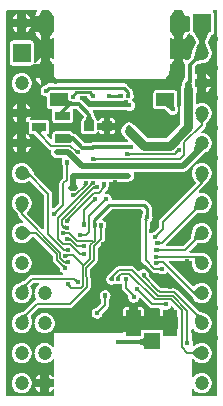
<source format=gbl>
G04 Layer: BottomLayer*
G04 EasyEDA v6.5.9, 2022-08-10 12:44:31*
G04 c5846564ba334fc5ac80b38e15378060,f7cd1a63a7ae402ba8e4f3fce04b6e5d,10*
G04 Gerber Generator version 0.2*
G04 Scale: 100 percent, Rotated: No, Reflected: No *
G04 Dimensions in millimeters *
G04 leading zeros omitted , absolute positions ,4 integer and 5 decimal *
%FSLAX45Y45*%
%MOMM*%

%ADD10C,0.5000*%
%ADD11C,0.2540*%
%ADD12C,0.1500*%
%ADD13C,0.3000*%
%ADD14C,0.2300*%
%ADD15C,0.2000*%
%ADD16C,0.4000*%
%ADD17C,0.8000*%
%ADD18C,0.2500*%
%ADD19C,1.2000*%
%ADD20R,1.5240X1.6000*%
%ADD21C,0.6096*%
%ADD22C,0.4100*%
%ADD23C,0.0118*%

%LPD*%
G36*
X7873Y-3300476D02*
G01*
X3962Y-3299714D01*
X711Y-3297478D01*
X-1524Y-3294227D01*
X-2286Y-3290315D01*
X-2286Y-38608D01*
X-1524Y-34696D01*
X711Y-31445D01*
X3962Y-29209D01*
X7873Y-28448D01*
X245059Y-28448D01*
X249174Y-29311D01*
X252526Y-31750D01*
X254660Y-35306D01*
X255168Y-39471D01*
X254000Y-43484D01*
X250139Y-50495D01*
X245871Y-61976D01*
X243281Y-73964D01*
X242824Y-79806D01*
X291947Y-79806D01*
X291947Y-38608D01*
X292709Y-34696D01*
X294894Y-31445D01*
X298196Y-29209D01*
X302107Y-28448D01*
X354482Y-28448D01*
X358343Y-29209D01*
X361645Y-31445D01*
X363829Y-34696D01*
X364642Y-38608D01*
X364642Y-79806D01*
X392226Y-79806D01*
X396087Y-80568D01*
X399389Y-82804D01*
X401574Y-86106D01*
X402386Y-89966D01*
X402386Y-202336D01*
X401574Y-206248D01*
X399389Y-209550D01*
X396087Y-211734D01*
X392226Y-212496D01*
X364642Y-212496D01*
X364642Y-283921D01*
X374700Y-278434D01*
X385013Y-270560D01*
X388315Y-268376D01*
X392226Y-267563D01*
X396087Y-268376D01*
X399389Y-270560D01*
X401574Y-273862D01*
X402386Y-277723D01*
X402386Y-434593D01*
X401574Y-438454D01*
X399389Y-441756D01*
X396087Y-443941D01*
X392226Y-444754D01*
X388315Y-443941D01*
X374700Y-433933D01*
X364642Y-428396D01*
X364642Y-489813D01*
X392226Y-489813D01*
X396087Y-490575D01*
X399389Y-492810D01*
X401574Y-496062D01*
X402386Y-499973D01*
X402386Y-589534D01*
X402539Y-591108D01*
X402183Y-595376D01*
X400100Y-599084D01*
X396646Y-601624D01*
X392480Y-602488D01*
X364642Y-602488D01*
X364642Y-640130D01*
X363931Y-643788D01*
X362000Y-646938D01*
X359054Y-649224D01*
X355447Y-650240D01*
X352653Y-650544D01*
X345440Y-652729D01*
X338734Y-656285D01*
X332536Y-661416D01*
X326999Y-666648D01*
X321818Y-669848D01*
X313080Y-673252D01*
X307441Y-676757D01*
X302920Y-678129D01*
X302564Y-679551D01*
X294335Y-690372D01*
X290525Y-697992D01*
X288188Y-706221D01*
X287375Y-714756D01*
X288188Y-723290D01*
X290525Y-731520D01*
X294335Y-739140D01*
X299516Y-745998D01*
X305816Y-751738D01*
X313080Y-756259D01*
X321056Y-759358D01*
X329488Y-760933D01*
X331266Y-760933D01*
X335127Y-761695D01*
X338429Y-763879D01*
X340664Y-767181D01*
X341426Y-771093D01*
X341426Y-843838D01*
X342138Y-850188D01*
X344017Y-855624D01*
X347116Y-860552D01*
X351231Y-864616D01*
X356108Y-867714D01*
X361594Y-869645D01*
X367893Y-870356D01*
X376783Y-870356D01*
X380542Y-871067D01*
X383794Y-873150D01*
X386029Y-876300D01*
X386943Y-880059D01*
X386384Y-883869D01*
X385673Y-885850D01*
X384962Y-892149D01*
X384962Y-961034D01*
X385673Y-967333D01*
X387604Y-972819D01*
X390652Y-977696D01*
X394766Y-981811D01*
X399643Y-984859D01*
X405130Y-986790D01*
X411429Y-987501D01*
X535279Y-987501D01*
X541629Y-986790D01*
X547065Y-984859D01*
X551992Y-981811D01*
X556056Y-977696D01*
X559155Y-972819D01*
X561086Y-967333D01*
X561797Y-961034D01*
X561797Y-892149D01*
X561086Y-885850D01*
X559612Y-881684D01*
X559054Y-877874D01*
X559968Y-874166D01*
X562203Y-871016D01*
X565454Y-868934D01*
X569214Y-868171D01*
X589991Y-868171D01*
X593852Y-868984D01*
X597154Y-871169D01*
X648360Y-922375D01*
X650646Y-925880D01*
X651306Y-929995D01*
X650240Y-934059D01*
X642569Y-949401D01*
X640689Y-952042D01*
X637844Y-954887D01*
X634746Y-959815D01*
X632815Y-965250D01*
X632104Y-971600D01*
X632104Y-1056843D01*
X632815Y-1063193D01*
X634746Y-1068628D01*
X637844Y-1073556D01*
X641908Y-1077620D01*
X646836Y-1080719D01*
X652272Y-1082598D01*
X658622Y-1083310D01*
X738124Y-1083310D01*
X744423Y-1082598D01*
X749909Y-1080719D01*
X754786Y-1077620D01*
X758901Y-1073556D01*
X761949Y-1068628D01*
X764082Y-1062583D01*
X766216Y-1059027D01*
X769620Y-1056589D01*
X773684Y-1055776D01*
X777748Y-1056589D01*
X781151Y-1059027D01*
X783285Y-1062583D01*
X785418Y-1068628D01*
X788466Y-1073556D01*
X792581Y-1077620D01*
X797458Y-1080719D01*
X802944Y-1082598D01*
X809244Y-1083310D01*
X822502Y-1083310D01*
X822502Y-1042162D01*
X774750Y-1042162D01*
X770839Y-1041400D01*
X767588Y-1039215D01*
X765352Y-1035913D01*
X764590Y-1032002D01*
X764590Y-996442D01*
X765352Y-992530D01*
X767588Y-989228D01*
X770839Y-987044D01*
X774750Y-986282D01*
X822502Y-986282D01*
X822502Y-945134D01*
X809244Y-945134D01*
X802944Y-945845D01*
X797458Y-947724D01*
X792581Y-950823D01*
X788466Y-954887D01*
X785418Y-959815D01*
X783285Y-965860D01*
X781151Y-969416D01*
X777748Y-971854D01*
X773684Y-972667D01*
X769620Y-971854D01*
X766216Y-969416D01*
X764082Y-965860D01*
X761949Y-959815D01*
X758901Y-954887D01*
X755599Y-951585D01*
X753668Y-948944D01*
X740206Y-922070D01*
X739140Y-917498D01*
X739140Y-914908D01*
X738327Y-906424D01*
X735990Y-898804D01*
X731520Y-890574D01*
X730300Y-886561D01*
X730808Y-882396D01*
X732942Y-878840D01*
X736346Y-876401D01*
X740460Y-875537D01*
X1007973Y-875537D01*
X1014018Y-876503D01*
X1018438Y-878433D01*
X1026414Y-881532D01*
X1034846Y-883107D01*
X1043381Y-883107D01*
X1051814Y-881532D01*
X1059789Y-878433D01*
X1067054Y-873912D01*
X1073353Y-868171D01*
X1078534Y-861314D01*
X1082344Y-853694D01*
X1084681Y-845464D01*
X1085494Y-836930D01*
X1084681Y-828395D01*
X1082344Y-820166D01*
X1078534Y-812546D01*
X1073404Y-805738D01*
X1066088Y-799134D01*
X1063802Y-796137D01*
X1062736Y-792530D01*
X1063091Y-788822D01*
X1064768Y-785469D01*
X1067866Y-781304D01*
X1071676Y-773684D01*
X1074013Y-765454D01*
X1074826Y-756920D01*
X1074013Y-748385D01*
X1071676Y-740156D01*
X1068933Y-734669D01*
X1068070Y-732028D01*
X1067054Y-725779D01*
X1067054Y-722630D01*
X1066241Y-714603D01*
X1064056Y-707390D01*
X1060500Y-700684D01*
X1055370Y-694486D01*
X1022299Y-661416D01*
X1016101Y-656285D01*
X1009396Y-652729D01*
X1002182Y-650544D01*
X994156Y-649732D01*
X407974Y-649732D01*
X403656Y-648766D01*
X400100Y-646023D01*
X398119Y-642010D01*
X398018Y-637540D01*
X409041Y-617067D01*
X412394Y-614730D01*
X416356Y-613918D01*
X426567Y-616000D01*
X1351635Y-616051D01*
X1358138Y-615289D01*
X1360474Y-614375D01*
X1364386Y-613714D01*
X1368247Y-614629D01*
X1371498Y-616966D01*
X1380032Y-632612D01*
X1387348Y-642416D01*
X1396034Y-651052D01*
X1405839Y-658418D01*
X1415897Y-663905D01*
X1415897Y-602488D01*
X1388262Y-602488D01*
X1384300Y-601726D01*
X1380947Y-599389D01*
X1378762Y-595985D01*
X1378102Y-591972D01*
X1378153Y-499973D01*
X1378966Y-496062D01*
X1381150Y-492810D01*
X1384452Y-490575D01*
X1388313Y-489813D01*
X1415897Y-489813D01*
X1415897Y-428396D01*
X1405839Y-433933D01*
X1395526Y-441756D01*
X1392224Y-443941D01*
X1388313Y-444754D01*
X1384452Y-443941D01*
X1381150Y-441756D01*
X1378966Y-438454D01*
X1378153Y-434593D01*
X1378153Y-277723D01*
X1378966Y-273862D01*
X1381150Y-270560D01*
X1384452Y-268376D01*
X1388313Y-267563D01*
X1392224Y-268376D01*
X1405839Y-278434D01*
X1415897Y-283921D01*
X1415897Y-212496D01*
X1388313Y-212496D01*
X1384452Y-211734D01*
X1381150Y-209550D01*
X1378966Y-206248D01*
X1378153Y-202336D01*
X1378153Y-89966D01*
X1378966Y-86106D01*
X1381150Y-82804D01*
X1384452Y-80568D01*
X1388313Y-79806D01*
X1415897Y-79806D01*
X1415897Y-38608D01*
X1416710Y-34696D01*
X1418894Y-31445D01*
X1422196Y-29209D01*
X1426057Y-28448D01*
X1478483Y-28448D01*
X1482344Y-29209D01*
X1485646Y-31445D01*
X1487830Y-34696D01*
X1488643Y-38608D01*
X1488643Y-79806D01*
X1538732Y-79806D01*
X1542592Y-80568D01*
X1545894Y-82804D01*
X1548130Y-86106D01*
X1548892Y-89966D01*
X1548892Y-202336D01*
X1548130Y-206248D01*
X1545894Y-209550D01*
X1542592Y-211734D01*
X1538732Y-212496D01*
X1488643Y-212496D01*
X1488643Y-283921D01*
X1498701Y-278434D01*
X1508506Y-271068D01*
X1517192Y-262382D01*
X1524508Y-252577D01*
X1530400Y-241858D01*
X1533652Y-233171D01*
X1536090Y-229412D01*
X1539900Y-227075D01*
X1544370Y-226618D01*
X1548587Y-228142D01*
X1551736Y-231292D01*
X1554581Y-235813D01*
X1558696Y-239928D01*
X1563573Y-242976D01*
X1568907Y-244856D01*
X1572260Y-246786D01*
X1574647Y-249885D01*
X1599031Y-298653D01*
X1600098Y-303885D01*
X1599082Y-308254D01*
X1584045Y-339852D01*
X1582978Y-341579D01*
X1578762Y-347268D01*
X1572869Y-358038D01*
X1568602Y-369519D01*
X1565960Y-381558D01*
X1565554Y-385673D01*
X1559001Y-425196D01*
X1557985Y-428193D01*
X1556156Y-430682D01*
X1533906Y-452932D01*
X1530299Y-455269D01*
X1526032Y-455879D01*
X1521866Y-454659D01*
X1518615Y-451815D01*
X1517192Y-449935D01*
X1508506Y-441248D01*
X1498701Y-433933D01*
X1488643Y-428396D01*
X1488643Y-489813D01*
X1501648Y-489813D01*
X1505508Y-490575D01*
X1508810Y-492810D01*
X1510995Y-496062D01*
X1511808Y-499973D01*
X1511808Y-592328D01*
X1510995Y-596239D01*
X1508810Y-599541D01*
X1505508Y-601726D01*
X1501648Y-602488D01*
X1488643Y-602488D01*
X1488643Y-639368D01*
X1488135Y-642467D01*
X1486306Y-649528D01*
X1485239Y-659638D01*
X1484172Y-662076D01*
X1479702Y-669290D01*
X1475689Y-678789D01*
X1473200Y-688848D01*
X1472336Y-699566D01*
X1470710Y-987958D01*
X1469948Y-991768D01*
X1467764Y-995019D01*
X1354632Y-1109624D01*
X1351330Y-1111859D01*
X1347419Y-1112672D01*
X1195070Y-1112672D01*
X1191209Y-1111859D01*
X1187907Y-1109675D01*
X1083157Y-1005179D01*
X1076299Y-999337D01*
X1070051Y-993038D01*
X1062786Y-987958D01*
X1054709Y-984199D01*
X1046175Y-981913D01*
X1037336Y-981151D01*
X1028496Y-981913D01*
X1019962Y-984199D01*
X1011885Y-987958D01*
X1004620Y-993038D01*
X1001268Y-996035D01*
X997559Y-998321D01*
X989685Y-1005027D01*
X982980Y-1012901D01*
X977595Y-1021740D01*
X973632Y-1031290D01*
X971245Y-1041349D01*
X970432Y-1051661D01*
X971245Y-1061923D01*
X973683Y-1071981D01*
X977646Y-1081532D01*
X983081Y-1090320D01*
X990955Y-1099667D01*
X998372Y-1110437D01*
X1004620Y-1116685D01*
X1011885Y-1121765D01*
X1015949Y-1124356D01*
X1024128Y-1132484D01*
X1026312Y-1135786D01*
X1027125Y-1139698D01*
X1026363Y-1143558D01*
X1024128Y-1146860D01*
X1020826Y-1149045D01*
X1016965Y-1149858D01*
X733044Y-1149858D01*
X724560Y-1150670D01*
X717042Y-1152956D01*
X714095Y-1153414D01*
X659688Y-1153414D01*
X655828Y-1152652D01*
X652526Y-1150416D01*
X590092Y-1088034D01*
X583539Y-1082598D01*
X576478Y-1078839D01*
X574192Y-1078128D01*
X570788Y-1076350D01*
X552450Y-1061669D01*
X547065Y-1058316D01*
X541629Y-1056386D01*
X535279Y-1055674D01*
X411429Y-1055674D01*
X405130Y-1056386D01*
X399643Y-1058316D01*
X394766Y-1061364D01*
X390652Y-1065479D01*
X387604Y-1070356D01*
X385673Y-1075842D01*
X384962Y-1082141D01*
X384962Y-1110538D01*
X384200Y-1114399D01*
X381965Y-1117701D01*
X378714Y-1119886D01*
X374802Y-1120698D01*
X370941Y-1119886D01*
X367639Y-1117701D01*
X345490Y-1095552D01*
X343408Y-1092555D01*
X342544Y-1089050D01*
X342950Y-1085443D01*
X344576Y-1082243D01*
X347268Y-1079754D01*
X351993Y-1076807D01*
X356108Y-1072692D01*
X359156Y-1067816D01*
X361086Y-1062329D01*
X361797Y-1056030D01*
X361797Y-987145D01*
X361086Y-980846D01*
X359156Y-975360D01*
X356108Y-970483D01*
X351993Y-966368D01*
X347116Y-963320D01*
X341630Y-961390D01*
X335330Y-960678D01*
X211480Y-960678D01*
X206197Y-960323D01*
X202438Y-958037D01*
X199948Y-954379D01*
X199288Y-950061D01*
X200507Y-945794D01*
X204774Y-938072D01*
X163372Y-938072D01*
X163372Y-979474D01*
X170180Y-975715D01*
X174396Y-974496D01*
X178765Y-975207D01*
X182372Y-977646D01*
X184658Y-981405D01*
X185115Y-985774D01*
X184962Y-987145D01*
X184962Y-1056030D01*
X185674Y-1062329D01*
X187604Y-1067816D01*
X189636Y-1071067D01*
X191058Y-1074775D01*
X190906Y-1078788D01*
X189433Y-1082090D01*
X191973Y-1080211D01*
X195783Y-1079296D01*
X199593Y-1079855D01*
X205130Y-1081786D01*
X211480Y-1082497D01*
X231140Y-1082497D01*
X234645Y-1083106D01*
X237693Y-1084884D01*
X239979Y-1087628D01*
X244398Y-1095400D01*
X248208Y-1099820D01*
X351180Y-1202791D01*
X357428Y-1207871D01*
X364083Y-1211275D01*
X367284Y-1212138D01*
X370484Y-1213612D01*
X372973Y-1216101D01*
X374446Y-1219301D01*
X374751Y-1222806D01*
X374091Y-1230630D01*
X374853Y-1239469D01*
X377139Y-1248003D01*
X380898Y-1256080D01*
X385978Y-1263345D01*
X392226Y-1269593D01*
X399491Y-1274673D01*
X407568Y-1278432D01*
X416102Y-1280718D01*
X425399Y-1281531D01*
X461975Y-1281531D01*
X465988Y-1282344D01*
X469341Y-1284732D01*
X471525Y-1288186D01*
X472135Y-1292250D01*
X471068Y-1296212D01*
X468071Y-1302258D01*
X465734Y-1310487D01*
X464921Y-1319022D01*
X465734Y-1327556D01*
X468071Y-1335786D01*
X472541Y-1344777D01*
X474573Y-1349451D01*
X475386Y-1353464D01*
X475386Y-1446987D01*
X474624Y-1450898D01*
X472440Y-1454200D01*
X455574Y-1471066D01*
X450494Y-1477314D01*
X447090Y-1483969D01*
X445109Y-1491335D01*
X444652Y-1497228D01*
X444652Y-1660093D01*
X443890Y-1664055D01*
X441604Y-1667357D01*
X401269Y-1706930D01*
X398221Y-1708962D01*
X394309Y-1709826D01*
X390347Y-1709115D01*
X386994Y-1706930D01*
X384708Y-1703628D01*
X383946Y-1699666D01*
X383946Y-1584452D01*
X383133Y-1576984D01*
X381000Y-1570380D01*
X377444Y-1564233D01*
X373837Y-1560017D01*
X228549Y-1414729D01*
X226872Y-1412494D01*
X202285Y-1368298D01*
X199390Y-1363421D01*
X191922Y-1353464D01*
X183235Y-1344777D01*
X173431Y-1337462D01*
X162661Y-1331569D01*
X151180Y-1327302D01*
X139242Y-1324711D01*
X127000Y-1323797D01*
X114757Y-1324711D01*
X102819Y-1327302D01*
X91338Y-1331569D01*
X80568Y-1337462D01*
X70764Y-1344777D01*
X62077Y-1353464D01*
X54762Y-1363268D01*
X48869Y-1374038D01*
X44602Y-1385519D01*
X42011Y-1397457D01*
X41097Y-1409700D01*
X42011Y-1421942D01*
X44602Y-1433880D01*
X48869Y-1445361D01*
X54762Y-1456131D01*
X62077Y-1465935D01*
X70764Y-1474622D01*
X80568Y-1481937D01*
X91338Y-1487830D01*
X102819Y-1492097D01*
X114757Y-1494688D01*
X127000Y-1495602D01*
X139242Y-1494688D01*
X151180Y-1492097D01*
X159105Y-1489354D01*
X188569Y-1477822D01*
X192379Y-1477162D01*
X196189Y-1477924D01*
X199440Y-1480108D01*
X314147Y-1594815D01*
X316331Y-1598117D01*
X317093Y-1601978D01*
X317093Y-1875993D01*
X316331Y-1879904D01*
X314147Y-1883206D01*
X310845Y-1885391D01*
X306933Y-1886153D01*
X303072Y-1885391D01*
X299770Y-1883206D01*
X172567Y-1756003D01*
X170434Y-1752854D01*
X169621Y-1749145D01*
X170230Y-1745386D01*
X172161Y-1742084D01*
X192328Y-1719427D01*
X199237Y-1710131D01*
X205130Y-1699361D01*
X209397Y-1687880D01*
X211988Y-1675942D01*
X212902Y-1663700D01*
X211988Y-1651457D01*
X209397Y-1639519D01*
X205130Y-1628038D01*
X199237Y-1617268D01*
X191922Y-1607464D01*
X183235Y-1598777D01*
X173431Y-1591462D01*
X162661Y-1585569D01*
X151180Y-1581302D01*
X139242Y-1578711D01*
X127000Y-1577797D01*
X114757Y-1578711D01*
X102819Y-1581302D01*
X91338Y-1585569D01*
X80568Y-1591462D01*
X70764Y-1598777D01*
X62077Y-1607464D01*
X54762Y-1617268D01*
X48869Y-1628038D01*
X44602Y-1639519D01*
X42011Y-1651457D01*
X41097Y-1663700D01*
X42011Y-1675942D01*
X44602Y-1687880D01*
X48869Y-1699361D01*
X54762Y-1710131D01*
X62941Y-1720951D01*
X91186Y-1752549D01*
X92913Y-1755241D01*
X93726Y-1758289D01*
X94386Y-1764639D01*
X96520Y-1771243D01*
X100076Y-1777390D01*
X103682Y-1781606D01*
X136702Y-1814626D01*
X138938Y-1818030D01*
X139649Y-1822043D01*
X138734Y-1826056D01*
X136347Y-1829307D01*
X132842Y-1831390D01*
X128778Y-1831949D01*
X127000Y-1831797D01*
X114757Y-1832711D01*
X102819Y-1835302D01*
X91338Y-1839569D01*
X80568Y-1845462D01*
X70764Y-1852777D01*
X62077Y-1861464D01*
X54762Y-1871268D01*
X48869Y-1882038D01*
X44602Y-1893519D01*
X42011Y-1905457D01*
X41097Y-1917700D01*
X42011Y-1929942D01*
X44602Y-1941880D01*
X48869Y-1953361D01*
X54762Y-1964131D01*
X62077Y-1973935D01*
X70764Y-1982622D01*
X80568Y-1989937D01*
X91338Y-1995830D01*
X102819Y-2000097D01*
X114757Y-2002688D01*
X127000Y-2003602D01*
X139242Y-2002688D01*
X151180Y-2000097D01*
X162661Y-1995830D01*
X173431Y-1989937D01*
X184251Y-1981758D01*
X215696Y-1953717D01*
X218795Y-1951786D01*
X222453Y-1951126D01*
X226567Y-1951126D01*
X230428Y-1951888D01*
X233730Y-1954072D01*
X387299Y-2107641D01*
X389483Y-2110943D01*
X390245Y-2114804D01*
X390245Y-2141982D01*
X391058Y-2149449D01*
X393192Y-2156053D01*
X396748Y-2162200D01*
X400354Y-2166416D01*
X444449Y-2210511D01*
X446074Y-2212695D01*
X447090Y-2215235D01*
X451053Y-2229866D01*
X454863Y-2237486D01*
X460044Y-2244344D01*
X466343Y-2250084D01*
X471170Y-2253081D01*
X474319Y-2256129D01*
X475894Y-2260193D01*
X475589Y-2264511D01*
X473557Y-2268321D01*
X470103Y-2270963D01*
X465835Y-2271877D01*
X211582Y-2271877D01*
X204114Y-2272690D01*
X197510Y-2274824D01*
X191363Y-2278380D01*
X187147Y-2281986D01*
X143510Y-2325624D01*
X140106Y-2327859D01*
X91541Y-2347468D01*
X80568Y-2353462D01*
X70764Y-2360777D01*
X62077Y-2369464D01*
X54762Y-2379268D01*
X48869Y-2390038D01*
X44602Y-2401519D01*
X42011Y-2413457D01*
X41097Y-2425700D01*
X42011Y-2437942D01*
X44602Y-2449880D01*
X48869Y-2461361D01*
X54762Y-2472131D01*
X62077Y-2481935D01*
X70764Y-2490622D01*
X80568Y-2497937D01*
X91338Y-2503830D01*
X102819Y-2508097D01*
X114757Y-2510688D01*
X127000Y-2511602D01*
X139242Y-2510688D01*
X151180Y-2508097D01*
X162661Y-2503830D01*
X173431Y-2497937D01*
X183235Y-2490622D01*
X191922Y-2481935D01*
X199237Y-2472131D01*
X205130Y-2461361D01*
X209397Y-2449880D01*
X211988Y-2437942D01*
X212902Y-2425700D01*
X211988Y-2413457D01*
X209956Y-2403297D01*
X201066Y-2369667D01*
X200761Y-2366162D01*
X201676Y-2362809D01*
X203708Y-2359914D01*
X221945Y-2341676D01*
X225247Y-2339492D01*
X229108Y-2338730D01*
X263702Y-2338730D01*
X267817Y-2339594D01*
X271221Y-2342032D01*
X273354Y-2345639D01*
X273812Y-2349855D01*
X272542Y-2353868D01*
X269798Y-2357018D01*
X264058Y-2361285D01*
X255371Y-2369972D01*
X248056Y-2379776D01*
X242163Y-2390546D01*
X237896Y-2402027D01*
X235305Y-2413965D01*
X234391Y-2426208D01*
X235305Y-2438450D01*
X237896Y-2450388D01*
X242163Y-2461869D01*
X249834Y-2476246D01*
X250139Y-2480106D01*
X248970Y-2483764D01*
X246532Y-2486710D01*
X243179Y-2488590D01*
X240436Y-2489454D01*
X234289Y-2493010D01*
X230073Y-2496616D01*
X146456Y-2580233D01*
X142748Y-2582570D01*
X97739Y-2598928D01*
X91440Y-2601518D01*
X80568Y-2607462D01*
X70764Y-2614777D01*
X62077Y-2623464D01*
X54762Y-2633268D01*
X48869Y-2644038D01*
X44602Y-2655519D01*
X42011Y-2667457D01*
X41097Y-2679700D01*
X42011Y-2691942D01*
X44602Y-2703880D01*
X48869Y-2715361D01*
X54762Y-2726131D01*
X62077Y-2735935D01*
X70764Y-2744622D01*
X80568Y-2751937D01*
X91338Y-2757830D01*
X102819Y-2762097D01*
X114757Y-2764688D01*
X127000Y-2765602D01*
X139242Y-2764688D01*
X151180Y-2762097D01*
X162661Y-2757830D01*
X173431Y-2751937D01*
X183235Y-2744622D01*
X191922Y-2735935D01*
X199237Y-2726131D01*
X205130Y-2715361D01*
X209397Y-2703880D01*
X211988Y-2691942D01*
X212902Y-2679700D01*
X211988Y-2667457D01*
X210616Y-2659938D01*
X202641Y-2625293D01*
X202438Y-2621889D01*
X203352Y-2618638D01*
X205333Y-2615844D01*
X264871Y-2556306D01*
X268173Y-2554122D01*
X272034Y-2553360D01*
X532130Y-2553360D01*
X539597Y-2552547D01*
X546201Y-2550414D01*
X552348Y-2546858D01*
X556564Y-2543251D01*
X699414Y-2400401D01*
X704138Y-2394610D01*
X707288Y-2388362D01*
X709117Y-2381504D01*
X709574Y-2375865D01*
X708812Y-2226259D01*
X709574Y-2222398D01*
X711809Y-2219045D01*
X758647Y-2172004D01*
X763320Y-2166162D01*
X766470Y-2159965D01*
X768299Y-2153107D01*
X768756Y-2147671D01*
X768756Y-2048764D01*
X769518Y-2044903D01*
X771702Y-2041601D01*
X820826Y-1992477D01*
X825550Y-1986686D01*
X828700Y-1980438D01*
X830529Y-1973580D01*
X830986Y-1968093D01*
X830986Y-1889506D01*
X831291Y-1887016D01*
X832205Y-1884680D01*
X835609Y-1878634D01*
X836980Y-1876806D01*
X840790Y-1869186D01*
X843127Y-1860956D01*
X843940Y-1852422D01*
X843127Y-1843887D01*
X840790Y-1835657D01*
X836980Y-1828038D01*
X831799Y-1821180D01*
X825500Y-1815439D01*
X818235Y-1810918D01*
X814425Y-1809445D01*
X811072Y-1807311D01*
X808786Y-1804009D01*
X807974Y-1800047D01*
X808685Y-1796135D01*
X810920Y-1792782D01*
X882396Y-1721357D01*
X885647Y-1719122D01*
X889558Y-1718360D01*
X1139901Y-1718360D01*
X1143762Y-1719122D01*
X1147064Y-1721357D01*
X1149299Y-1724660D01*
X1150061Y-1728520D01*
X1150061Y-1754428D01*
X1148994Y-1760829D01*
X1148130Y-1763318D01*
X1145235Y-1769110D01*
X1142898Y-1777339D01*
X1141882Y-1786534D01*
X1140053Y-1793341D01*
X1139596Y-1799234D01*
X1139596Y-2149602D01*
X1140460Y-2157577D01*
X1142746Y-2164689D01*
X1146556Y-2171293D01*
X1150416Y-2175764D01*
X1182725Y-2208123D01*
X1185062Y-2211730D01*
X1185672Y-2215946D01*
X1184503Y-2220061D01*
X1181760Y-2223363D01*
X1177848Y-2225192D01*
X1173581Y-2225243D01*
X1163726Y-2223312D01*
X1155242Y-2223312D01*
X1146810Y-2224887D01*
X1138834Y-2227986D01*
X1131570Y-2232507D01*
X1125778Y-2237790D01*
X1122476Y-2239772D01*
X1118666Y-2240432D01*
X1114907Y-2239619D01*
X1111758Y-2237435D01*
X1081633Y-2207361D01*
X1075842Y-2202637D01*
X1069594Y-2199487D01*
X1062736Y-2197658D01*
X1057249Y-2197201D01*
X952753Y-2197201D01*
X945286Y-2198014D01*
X938682Y-2200148D01*
X932535Y-2203704D01*
X928319Y-2207310D01*
X875436Y-2260193D01*
X863752Y-2269591D01*
X860552Y-2271623D01*
X854252Y-2277364D01*
X849071Y-2284222D01*
X845159Y-2292096D01*
X844143Y-2295042D01*
X842111Y-2302510D01*
X841705Y-2309469D01*
X842822Y-2316530D01*
X845261Y-2325370D01*
X849071Y-2332990D01*
X854252Y-2339848D01*
X860552Y-2345588D01*
X867816Y-2350109D01*
X875792Y-2353208D01*
X884224Y-2354783D01*
X892759Y-2354783D01*
X901192Y-2353208D01*
X909167Y-2350109D01*
X911860Y-2348433D01*
X915314Y-2347061D01*
X918971Y-2347061D01*
X930402Y-2351430D01*
X938834Y-2353005D01*
X947369Y-2353005D01*
X955802Y-2351430D01*
X967841Y-2346909D01*
X972108Y-2347264D01*
X975817Y-2349347D01*
X978408Y-2352751D01*
X979271Y-2356967D01*
X979271Y-2384044D01*
X980084Y-2391511D01*
X982218Y-2398115D01*
X985774Y-2404262D01*
X989380Y-2408478D01*
X1027226Y-2446324D01*
X1029614Y-2450084D01*
X1030173Y-2454452D01*
X1029563Y-2460752D01*
X1030376Y-2469286D01*
X1032713Y-2477516D01*
X1036523Y-2485136D01*
X1041704Y-2491994D01*
X1048003Y-2497734D01*
X1055268Y-2502255D01*
X1063244Y-2505354D01*
X1071676Y-2506929D01*
X1080211Y-2506929D01*
X1088644Y-2505354D01*
X1096619Y-2502255D01*
X1103884Y-2497734D01*
X1110183Y-2491994D01*
X1115364Y-2485136D01*
X1119174Y-2477516D01*
X1119936Y-2474823D01*
X1121918Y-2471115D01*
X1125169Y-2468473D01*
X1129233Y-2467457D01*
X1133398Y-2468118D01*
X1136904Y-2470404D01*
X1209954Y-2543454D01*
X1215745Y-2548178D01*
X1221994Y-2551328D01*
X1228852Y-2553157D01*
X1234338Y-2553614D01*
X1287729Y-2553614D01*
X1291894Y-2554478D01*
X1295298Y-2556967D01*
X1297381Y-2560675D01*
X1297838Y-2564892D01*
X1297432Y-2568194D01*
X1297432Y-2616301D01*
X1347012Y-2616301D01*
X1347012Y-2576118D01*
X1347622Y-2572664D01*
X1349349Y-2569616D01*
X1351991Y-2567330D01*
X1355293Y-2566111D01*
X1362456Y-2564790D01*
X1370431Y-2561691D01*
X1377696Y-2557170D01*
X1383995Y-2551430D01*
X1391513Y-2541574D01*
X1394815Y-2539695D01*
X1398524Y-2539085D01*
X1402232Y-2539898D01*
X1405382Y-2542032D01*
X1416710Y-2553360D01*
X1418894Y-2556662D01*
X1419707Y-2560574D01*
X1419707Y-2616301D01*
X1436217Y-2616301D01*
X1440129Y-2617063D01*
X1443431Y-2619248D01*
X1445615Y-2622550D01*
X1446377Y-2626461D01*
X1446377Y-2728823D01*
X1445615Y-2732735D01*
X1443431Y-2736037D01*
X1440129Y-2738221D01*
X1436217Y-2738983D01*
X1419707Y-2738983D01*
X1419707Y-2750820D01*
X1418894Y-2754731D01*
X1416710Y-2757982D01*
X1413408Y-2760218D01*
X1409547Y-2760980D01*
X1357172Y-2760980D01*
X1353261Y-2760218D01*
X1349959Y-2757982D01*
X1347774Y-2754731D01*
X1347012Y-2750820D01*
X1347012Y-2738983D01*
X1294231Y-2738983D01*
X1291031Y-2741015D01*
X1287272Y-2741726D01*
X1169416Y-2741726D01*
X1165656Y-2741015D01*
X1162456Y-2738983D01*
X1109675Y-2738983D01*
X1109675Y-2750820D01*
X1108913Y-2754731D01*
X1106728Y-2757982D01*
X1103426Y-2760218D01*
X1099515Y-2760980D01*
X1047140Y-2760980D01*
X1043279Y-2760218D01*
X1039977Y-2757982D01*
X1037793Y-2754731D01*
X1036980Y-2750820D01*
X1036980Y-2738983D01*
X987450Y-2738983D01*
X987450Y-2750820D01*
X986688Y-2754731D01*
X984453Y-2757982D01*
X981151Y-2760218D01*
X977290Y-2760980D01*
X404368Y-2760980D01*
X402844Y-2762504D01*
X402844Y-2871063D01*
X402082Y-2874975D01*
X399846Y-2878277D01*
X396595Y-2880461D01*
X392684Y-2881223D01*
X388772Y-2880461D01*
X385521Y-2878277D01*
X376529Y-2869285D01*
X366725Y-2861970D01*
X355955Y-2856077D01*
X344474Y-2851810D01*
X332536Y-2849219D01*
X320294Y-2848305D01*
X308051Y-2849219D01*
X296113Y-2851810D01*
X284632Y-2856077D01*
X273862Y-2861970D01*
X264058Y-2869285D01*
X255371Y-2877972D01*
X248056Y-2887776D01*
X242163Y-2898546D01*
X237896Y-2910027D01*
X235305Y-2921965D01*
X234391Y-2934208D01*
X235305Y-2946450D01*
X237896Y-2958388D01*
X242163Y-2969869D01*
X248056Y-2980639D01*
X255371Y-2990443D01*
X264058Y-2999130D01*
X273862Y-3006445D01*
X284632Y-3012338D01*
X296113Y-3016605D01*
X308051Y-3019196D01*
X320294Y-3020110D01*
X332536Y-3019196D01*
X344474Y-3016605D01*
X355955Y-3012338D01*
X366725Y-3006445D01*
X376529Y-2999130D01*
X385521Y-2990138D01*
X388772Y-2987954D01*
X392684Y-2987192D01*
X396595Y-2987954D01*
X399846Y-2990138D01*
X402082Y-2993440D01*
X402844Y-2997352D01*
X402844Y-3125063D01*
X402082Y-3128975D01*
X399846Y-3132277D01*
X396595Y-3134461D01*
X392684Y-3135223D01*
X388772Y-3134461D01*
X385521Y-3132277D01*
X376529Y-3123285D01*
X366725Y-3115970D01*
X356666Y-3110433D01*
X356666Y-3151835D01*
X392684Y-3151835D01*
X396595Y-3152648D01*
X399846Y-3154832D01*
X402082Y-3158134D01*
X402844Y-3161995D01*
X402844Y-3214420D01*
X402082Y-3218281D01*
X399846Y-3221583D01*
X396595Y-3223768D01*
X392684Y-3224580D01*
X356666Y-3224580D01*
X356666Y-3265982D01*
X366725Y-3260445D01*
X376529Y-3253130D01*
X385521Y-3244138D01*
X388772Y-3241954D01*
X392684Y-3241192D01*
X396595Y-3241954D01*
X399846Y-3244138D01*
X402082Y-3247440D01*
X402844Y-3251352D01*
X402844Y-3290315D01*
X402082Y-3294227D01*
X399846Y-3297478D01*
X396595Y-3299714D01*
X392684Y-3300476D01*
G37*

%LPC*%
G36*
X283921Y-3265982D02*
G01*
X283921Y-3224580D01*
X242519Y-3224580D01*
X248056Y-3234639D01*
X255371Y-3244443D01*
X264058Y-3253130D01*
X273862Y-3260445D01*
G37*
G36*
X49225Y-103378D02*
G01*
X90627Y-103378D01*
X90627Y-61925D01*
X80568Y-67462D01*
X70764Y-74777D01*
X62077Y-83464D01*
X54762Y-93268D01*
G37*
G36*
X242519Y-3151835D02*
G01*
X283921Y-3151835D01*
X283921Y-3110433D01*
X273862Y-3115970D01*
X264058Y-3123285D01*
X255371Y-3131972D01*
X248056Y-3141776D01*
G37*
G36*
X163372Y-217474D02*
G01*
X173431Y-211937D01*
X183235Y-204622D01*
X191922Y-195935D01*
X199237Y-186131D01*
X204774Y-176072D01*
X163372Y-176072D01*
G37*
G36*
X90627Y-217474D02*
G01*
X90627Y-176072D01*
X49225Y-176072D01*
X54762Y-186131D01*
X62077Y-195935D01*
X70764Y-204622D01*
X80568Y-211937D01*
G37*
G36*
X291947Y-283921D02*
G01*
X291947Y-212496D01*
X242824Y-212496D01*
X243281Y-218389D01*
X245871Y-230378D01*
X250139Y-241858D01*
X256032Y-252577D01*
X263347Y-262382D01*
X272034Y-271068D01*
X281838Y-278434D01*
G37*
G36*
X51358Y-499618D02*
G01*
X202641Y-499618D01*
X208940Y-498906D01*
X214426Y-496976D01*
X219303Y-493928D01*
X223418Y-489813D01*
X224485Y-488035D01*
X227634Y-484885D01*
X231851Y-483362D01*
X236270Y-483819D01*
X240131Y-486105D01*
X242570Y-489813D01*
X291947Y-489813D01*
X291947Y-428396D01*
X281838Y-433933D01*
X272034Y-441248D01*
X263347Y-449935D01*
X256032Y-459740D01*
X250139Y-470509D01*
X248767Y-474167D01*
X246684Y-477570D01*
X243382Y-479856D01*
X239471Y-480771D01*
X235508Y-480059D01*
X232156Y-477824D01*
X229920Y-474522D01*
X229108Y-470611D01*
X229108Y-314248D01*
X228396Y-307949D01*
X226466Y-302514D01*
X223418Y-297586D01*
X219303Y-293522D01*
X214426Y-290423D01*
X208940Y-288493D01*
X202641Y-287782D01*
X51358Y-287782D01*
X45059Y-288493D01*
X39573Y-290423D01*
X34696Y-293522D01*
X30581Y-297586D01*
X27533Y-302514D01*
X25603Y-307949D01*
X24892Y-314248D01*
X24892Y-473151D01*
X25603Y-479450D01*
X27533Y-484936D01*
X30581Y-489813D01*
X34696Y-493928D01*
X39573Y-496976D01*
X45059Y-498906D01*
G37*
G36*
X127000Y-3019602D02*
G01*
X139242Y-3018688D01*
X151180Y-3016097D01*
X162661Y-3011830D01*
X173431Y-3005937D01*
X183235Y-2998622D01*
X191922Y-2989935D01*
X199237Y-2980131D01*
X205130Y-2969361D01*
X209397Y-2957880D01*
X211988Y-2945942D01*
X212902Y-2933700D01*
X211988Y-2921457D01*
X209397Y-2909519D01*
X205130Y-2898038D01*
X199237Y-2887268D01*
X191922Y-2877464D01*
X183235Y-2868777D01*
X173431Y-2861462D01*
X162661Y-2855569D01*
X151180Y-2851302D01*
X139242Y-2848711D01*
X127000Y-2847797D01*
X114757Y-2848711D01*
X102819Y-2851302D01*
X91338Y-2855569D01*
X80568Y-2861462D01*
X70764Y-2868777D01*
X62077Y-2877464D01*
X54762Y-2887268D01*
X48869Y-2898038D01*
X44602Y-2909519D01*
X42011Y-2921457D01*
X41097Y-2933700D01*
X42011Y-2945942D01*
X44602Y-2957880D01*
X48869Y-2969361D01*
X54762Y-2980131D01*
X62077Y-2989935D01*
X70764Y-2998622D01*
X80568Y-3005937D01*
X91338Y-3011830D01*
X102819Y-3016097D01*
X114757Y-3018688D01*
G37*
G36*
X90627Y-1233474D02*
G01*
X90627Y-1192072D01*
X49225Y-1192072D01*
X54762Y-1202131D01*
X62077Y-1211935D01*
X70764Y-1220622D01*
X80568Y-1227937D01*
G37*
G36*
X291947Y-663905D02*
G01*
X291947Y-602488D01*
X244144Y-602488D01*
X245871Y-610362D01*
X250139Y-621842D01*
X256032Y-632612D01*
X263347Y-642416D01*
X272034Y-651052D01*
X281838Y-658418D01*
G37*
G36*
X320294Y-2766110D02*
G01*
X332536Y-2765196D01*
X344474Y-2762605D01*
X355955Y-2758338D01*
X366725Y-2752445D01*
X376529Y-2745130D01*
X385216Y-2736443D01*
X392531Y-2726639D01*
X398424Y-2715869D01*
X402691Y-2704388D01*
X405282Y-2692450D01*
X406196Y-2680208D01*
X405282Y-2667965D01*
X402691Y-2656027D01*
X398424Y-2644546D01*
X392531Y-2633776D01*
X385216Y-2623972D01*
X376529Y-2615285D01*
X366725Y-2607970D01*
X355955Y-2602077D01*
X344474Y-2597810D01*
X332536Y-2595219D01*
X320294Y-2594305D01*
X308051Y-2595219D01*
X296113Y-2597810D01*
X284632Y-2602077D01*
X273862Y-2607970D01*
X264058Y-2615285D01*
X255371Y-2623972D01*
X248056Y-2633776D01*
X242163Y-2644546D01*
X237896Y-2656027D01*
X235305Y-2667965D01*
X234391Y-2680208D01*
X235305Y-2692450D01*
X237896Y-2704388D01*
X242163Y-2715869D01*
X248056Y-2726639D01*
X255371Y-2736443D01*
X264058Y-2745130D01*
X273862Y-2752445D01*
X284632Y-2758338D01*
X296113Y-2762605D01*
X308051Y-2765196D01*
G37*
G36*
X163372Y-103378D02*
G01*
X204774Y-103378D01*
X199237Y-93268D01*
X191922Y-83464D01*
X183235Y-74777D01*
X173431Y-67462D01*
X163372Y-61925D01*
G37*
G36*
X127000Y-733602D02*
G01*
X139242Y-732688D01*
X151180Y-730097D01*
X162661Y-725830D01*
X173431Y-719937D01*
X183235Y-712622D01*
X191922Y-703935D01*
X199237Y-694131D01*
X205130Y-683361D01*
X209397Y-671880D01*
X211988Y-659942D01*
X212902Y-647700D01*
X211988Y-635457D01*
X209397Y-623519D01*
X205130Y-612038D01*
X199237Y-601268D01*
X191922Y-591464D01*
X183235Y-582777D01*
X173431Y-575462D01*
X162661Y-569569D01*
X151180Y-565302D01*
X139242Y-562711D01*
X127000Y-561797D01*
X114757Y-562711D01*
X102819Y-565302D01*
X91338Y-569569D01*
X80568Y-575462D01*
X70764Y-582777D01*
X62077Y-591464D01*
X54762Y-601268D01*
X48869Y-612038D01*
X44602Y-623519D01*
X42011Y-635457D01*
X41097Y-647700D01*
X42011Y-659942D01*
X44602Y-671880D01*
X48869Y-683361D01*
X54762Y-694131D01*
X62077Y-703935D01*
X70764Y-712622D01*
X80568Y-719937D01*
X91338Y-725830D01*
X102819Y-730097D01*
X114757Y-732688D01*
G37*
G36*
X49225Y-865327D02*
G01*
X90627Y-865327D01*
X90627Y-823925D01*
X80568Y-829462D01*
X70764Y-836777D01*
X62077Y-845464D01*
X54762Y-855268D01*
G37*
G36*
X163372Y-865327D02*
G01*
X204774Y-865327D01*
X199237Y-855268D01*
X191922Y-845464D01*
X183235Y-836777D01*
X173431Y-829462D01*
X163372Y-823925D01*
G37*
G36*
X1400352Y-917651D02*
G01*
X1408887Y-917651D01*
X1417320Y-916076D01*
X1425295Y-912977D01*
X1432560Y-908456D01*
X1438859Y-902716D01*
X1444040Y-895858D01*
X1447850Y-888237D01*
X1450187Y-880008D01*
X1451000Y-871474D01*
X1450187Y-862939D01*
X1447850Y-854710D01*
X1444294Y-847547D01*
X1443228Y-843026D01*
X1443228Y-735025D01*
X1442516Y-728675D01*
X1440586Y-723239D01*
X1437538Y-718312D01*
X1433423Y-714248D01*
X1428546Y-711149D01*
X1423060Y-709218D01*
X1416761Y-708507D01*
X1267866Y-708507D01*
X1261567Y-709218D01*
X1256080Y-711149D01*
X1251204Y-714248D01*
X1247089Y-718312D01*
X1244041Y-723239D01*
X1242110Y-728675D01*
X1241399Y-735025D01*
X1241399Y-843838D01*
X1242110Y-850188D01*
X1244041Y-855624D01*
X1247089Y-860552D01*
X1251204Y-864616D01*
X1256080Y-867714D01*
X1261567Y-869645D01*
X1267866Y-870356D01*
X1329740Y-870356D01*
X1332534Y-870712D01*
X1335125Y-871880D01*
X1359001Y-886764D01*
X1361135Y-888542D01*
X1362710Y-890879D01*
X1365199Y-895858D01*
X1370380Y-902716D01*
X1376680Y-908456D01*
X1383944Y-912977D01*
X1391920Y-916076D01*
G37*
G36*
X760018Y-2641803D02*
G01*
X768553Y-2641803D01*
X776986Y-2640228D01*
X784961Y-2637129D01*
X792226Y-2632608D01*
X798525Y-2626868D01*
X803706Y-2620010D01*
X807516Y-2612390D01*
X811530Y-2597658D01*
X812546Y-2595168D01*
X814171Y-2592984D01*
X855624Y-2551531D01*
X860348Y-2545740D01*
X863498Y-2539492D01*
X865327Y-2532634D01*
X865784Y-2527147D01*
X865784Y-2483358D01*
X866089Y-2480868D01*
X867003Y-2478532D01*
X870407Y-2472486D01*
X871778Y-2470658D01*
X875588Y-2463038D01*
X877925Y-2454808D01*
X878738Y-2446274D01*
X877925Y-2437739D01*
X875588Y-2429510D01*
X871778Y-2421890D01*
X866597Y-2415032D01*
X860298Y-2409291D01*
X853033Y-2404770D01*
X845058Y-2401671D01*
X836625Y-2400096D01*
X828090Y-2400096D01*
X819658Y-2401671D01*
X811682Y-2404770D01*
X804418Y-2409291D01*
X798118Y-2415032D01*
X792937Y-2421890D01*
X789127Y-2429510D01*
X786790Y-2437739D01*
X785977Y-2446274D01*
X786790Y-2454808D01*
X789127Y-2463038D01*
X792937Y-2470658D01*
X794918Y-2473502D01*
X797712Y-2478532D01*
X798626Y-2480919D01*
X798931Y-2483408D01*
X798931Y-2509520D01*
X798169Y-2513380D01*
X795985Y-2516682D01*
X766876Y-2545791D01*
X764895Y-2547315D01*
X762558Y-2548331D01*
X756056Y-2550210D01*
X751586Y-2551023D01*
X743610Y-2554122D01*
X736346Y-2558643D01*
X730046Y-2564384D01*
X724865Y-2571242D01*
X721055Y-2578862D01*
X718718Y-2587091D01*
X717905Y-2595626D01*
X718718Y-2604160D01*
X721055Y-2612390D01*
X724865Y-2620010D01*
X730046Y-2626868D01*
X736346Y-2632608D01*
X743610Y-2637129D01*
X751586Y-2640228D01*
G37*
G36*
X987450Y-2616301D02*
G01*
X1036980Y-2616301D01*
X1036980Y-2541727D01*
X1013917Y-2541727D01*
X1007618Y-2542438D01*
X1002131Y-2544368D01*
X997254Y-2547416D01*
X993140Y-2551531D01*
X990041Y-2556408D01*
X988161Y-2561894D01*
X987450Y-2568194D01*
G37*
G36*
X1109675Y-2616301D02*
G01*
X1159256Y-2616301D01*
X1159256Y-2568194D01*
X1158544Y-2561894D01*
X1156614Y-2556408D01*
X1153566Y-2551531D01*
X1149451Y-2547416D01*
X1144574Y-2544368D01*
X1139088Y-2542438D01*
X1132789Y-2541727D01*
X1109675Y-2541727D01*
G37*
G36*
X90627Y-979474D02*
G01*
X90627Y-938072D01*
X49225Y-938072D01*
X54762Y-948131D01*
X62077Y-957935D01*
X70764Y-966622D01*
X80568Y-973937D01*
G37*
G36*
X875537Y-986282D02*
G01*
X915263Y-986282D01*
X915263Y-971600D01*
X914552Y-965250D01*
X912621Y-959815D01*
X909523Y-954887D01*
X905459Y-950823D01*
X900531Y-947724D01*
X895096Y-945845D01*
X888746Y-945134D01*
X875537Y-945134D01*
G37*
G36*
X875537Y-1083310D02*
G01*
X888746Y-1083310D01*
X895096Y-1082598D01*
X900531Y-1080719D01*
X905459Y-1077620D01*
X909523Y-1073556D01*
X912621Y-1068628D01*
X914552Y-1063193D01*
X915263Y-1056843D01*
X915263Y-1042162D01*
X875537Y-1042162D01*
G37*
G36*
X163372Y-1119327D02*
G01*
X204774Y-1119327D01*
X199237Y-1109268D01*
X191922Y-1099464D01*
X189077Y-1096619D01*
X186893Y-1093419D01*
X186080Y-1089609D01*
X186791Y-1085799D01*
X188366Y-1083259D01*
X186334Y-1085138D01*
X182575Y-1086510D01*
X178562Y-1086307D01*
X174955Y-1084580D01*
X173431Y-1083462D01*
X163372Y-1077925D01*
G37*
G36*
X49225Y-1119327D02*
G01*
X90627Y-1119327D01*
X90627Y-1077925D01*
X80568Y-1083462D01*
X70764Y-1090777D01*
X62077Y-1099464D01*
X54762Y-1109268D01*
G37*
G36*
X163372Y-1233474D02*
G01*
X173431Y-1227937D01*
X183235Y-1220622D01*
X191922Y-1211935D01*
X199237Y-1202131D01*
X204774Y-1192072D01*
X163372Y-1192072D01*
G37*
G36*
X127000Y-3273602D02*
G01*
X139242Y-3272688D01*
X151180Y-3270097D01*
X162661Y-3265830D01*
X173431Y-3259937D01*
X183235Y-3252622D01*
X191922Y-3243935D01*
X199237Y-3234131D01*
X205130Y-3223361D01*
X209397Y-3211880D01*
X211988Y-3199942D01*
X212902Y-3187700D01*
X211988Y-3175457D01*
X209397Y-3163519D01*
X205130Y-3152038D01*
X199237Y-3141268D01*
X191922Y-3131464D01*
X183235Y-3122777D01*
X173431Y-3115462D01*
X162661Y-3109569D01*
X151180Y-3105302D01*
X139242Y-3102711D01*
X127000Y-3101797D01*
X114757Y-3102711D01*
X102819Y-3105302D01*
X91338Y-3109569D01*
X80568Y-3115462D01*
X70764Y-3122777D01*
X62077Y-3131464D01*
X54762Y-3141268D01*
X48869Y-3152038D01*
X44602Y-3163519D01*
X42011Y-3175457D01*
X41097Y-3187700D01*
X42011Y-3199942D01*
X44602Y-3211880D01*
X48869Y-3223361D01*
X54762Y-3234131D01*
X62077Y-3243935D01*
X70764Y-3252622D01*
X80568Y-3259937D01*
X91338Y-3265830D01*
X102819Y-3270097D01*
X114757Y-3272688D01*
G37*
G36*
X127000Y-2257602D02*
G01*
X139242Y-2256688D01*
X151180Y-2254097D01*
X162661Y-2249830D01*
X173431Y-2243937D01*
X183235Y-2236622D01*
X191922Y-2227935D01*
X199237Y-2218131D01*
X205130Y-2207361D01*
X209397Y-2195880D01*
X211988Y-2183942D01*
X212902Y-2171700D01*
X211988Y-2159457D01*
X209397Y-2147519D01*
X205130Y-2136038D01*
X199237Y-2125268D01*
X191922Y-2115464D01*
X183235Y-2106777D01*
X173431Y-2099462D01*
X162661Y-2093569D01*
X151180Y-2089302D01*
X139242Y-2086711D01*
X127000Y-2085797D01*
X114757Y-2086711D01*
X102819Y-2089302D01*
X91338Y-2093569D01*
X80568Y-2099462D01*
X70764Y-2106777D01*
X62077Y-2115464D01*
X54762Y-2125268D01*
X48869Y-2136038D01*
X44602Y-2147519D01*
X42011Y-2159457D01*
X41097Y-2171700D01*
X42011Y-2183942D01*
X44602Y-2195880D01*
X48869Y-2207361D01*
X54762Y-2218131D01*
X62077Y-2227935D01*
X70764Y-2236622D01*
X80568Y-2243937D01*
X91338Y-2249830D01*
X102819Y-2254097D01*
X114757Y-2256688D01*
G37*

%LPD*%
G36*
X1576832Y-3300476D02*
G01*
X1572920Y-3299714D01*
X1569669Y-3297478D01*
X1567434Y-3294227D01*
X1566672Y-3290315D01*
X1566672Y-3248507D01*
X1567535Y-3244392D01*
X1569974Y-3240989D01*
X1573631Y-3238906D01*
X1577797Y-3238398D01*
X1581810Y-3239668D01*
X1584960Y-3242411D01*
X1586077Y-3243935D01*
X1594764Y-3252622D01*
X1604568Y-3259937D01*
X1615338Y-3265830D01*
X1626819Y-3270097D01*
X1638757Y-3272688D01*
X1651000Y-3273602D01*
X1663242Y-3272688D01*
X1675180Y-3270097D01*
X1686661Y-3265830D01*
X1697431Y-3259937D01*
X1707235Y-3252622D01*
X1715922Y-3243935D01*
X1723237Y-3234131D01*
X1729130Y-3223361D01*
X1733397Y-3211880D01*
X1735988Y-3199942D01*
X1736902Y-3187700D01*
X1735988Y-3175457D01*
X1733397Y-3163519D01*
X1729130Y-3152038D01*
X1723237Y-3141268D01*
X1715922Y-3131464D01*
X1707235Y-3122777D01*
X1697431Y-3115462D01*
X1686661Y-3109569D01*
X1675180Y-3105302D01*
X1663242Y-3102711D01*
X1651000Y-3101797D01*
X1638757Y-3102711D01*
X1626819Y-3105302D01*
X1615338Y-3109569D01*
X1604568Y-3115462D01*
X1594764Y-3122777D01*
X1586077Y-3131464D01*
X1584960Y-3132937D01*
X1581810Y-3135731D01*
X1577797Y-3137001D01*
X1573631Y-3136493D01*
X1569974Y-3134410D01*
X1567535Y-3131007D01*
X1566672Y-3126892D01*
X1566672Y-2996285D01*
X1567434Y-2992475D01*
X1569516Y-2989224D01*
X1572666Y-2986989D01*
X1576425Y-2986125D01*
X1580286Y-2986684D01*
X1583588Y-2988665D01*
X1594510Y-2998419D01*
X1604568Y-3005937D01*
X1615338Y-3011830D01*
X1626819Y-3016097D01*
X1638757Y-3018688D01*
X1651000Y-3019602D01*
X1663242Y-3018688D01*
X1675180Y-3016097D01*
X1686661Y-3011830D01*
X1697431Y-3005937D01*
X1707235Y-2998622D01*
X1715922Y-2989935D01*
X1723237Y-2980131D01*
X1729130Y-2969361D01*
X1733397Y-2957880D01*
X1735988Y-2945942D01*
X1736902Y-2933700D01*
X1735988Y-2921457D01*
X1733397Y-2909519D01*
X1729130Y-2898038D01*
X1723237Y-2887268D01*
X1715922Y-2877464D01*
X1707235Y-2868777D01*
X1697431Y-2861462D01*
X1686661Y-2855569D01*
X1675180Y-2851302D01*
X1663242Y-2848711D01*
X1651000Y-2847797D01*
X1638757Y-2848711D01*
X1626819Y-2851302D01*
X1615338Y-2855569D01*
X1604568Y-2861462D01*
X1594510Y-2868980D01*
X1592021Y-2871216D01*
X1588262Y-2873349D01*
X1583944Y-2873705D01*
X1579880Y-2872232D01*
X1576781Y-2869184D01*
X1575206Y-2865170D01*
X1576476Y-2851658D01*
X1575663Y-2843123D01*
X1573326Y-2834894D01*
X1569516Y-2827274D01*
X1567180Y-2823311D01*
X1566672Y-2820060D01*
X1566672Y-2762758D01*
X1563979Y-2757474D01*
X1563522Y-2754426D01*
X1563522Y-2736291D01*
X1564386Y-2732176D01*
X1566824Y-2728772D01*
X1570431Y-2726639D01*
X1574647Y-2726182D01*
X1578660Y-2727452D01*
X1581810Y-2730195D01*
X1586077Y-2735935D01*
X1594764Y-2744622D01*
X1604568Y-2751937D01*
X1615338Y-2757830D01*
X1626819Y-2762097D01*
X1638757Y-2764688D01*
X1651000Y-2765602D01*
X1663242Y-2764688D01*
X1675180Y-2762097D01*
X1686661Y-2757830D01*
X1697431Y-2751937D01*
X1707235Y-2744622D01*
X1715922Y-2735935D01*
X1723237Y-2726131D01*
X1729130Y-2715361D01*
X1733397Y-2703880D01*
X1735988Y-2691942D01*
X1736902Y-2679700D01*
X1735988Y-2667457D01*
X1733397Y-2655519D01*
X1729130Y-2644038D01*
X1723237Y-2633268D01*
X1715922Y-2623464D01*
X1707235Y-2614777D01*
X1697431Y-2607462D01*
X1686661Y-2601569D01*
X1674926Y-2597200D01*
X1628901Y-2584602D01*
X1626463Y-2583586D01*
X1624380Y-2581960D01*
X1439265Y-2396845D01*
X1433474Y-2392121D01*
X1427226Y-2388971D01*
X1420368Y-2387142D01*
X1414881Y-2386685D01*
X1314704Y-2386685D01*
X1310843Y-2385923D01*
X1307541Y-2383739D01*
X1208176Y-2284374D01*
X1205788Y-2280666D01*
X1205230Y-2276246D01*
X1205890Y-2269490D01*
X1205077Y-2260955D01*
X1203655Y-2255875D01*
X1203350Y-2251608D01*
X1204823Y-2247646D01*
X1207820Y-2244598D01*
X1211783Y-2243074D01*
X1215999Y-2243277D01*
X1219809Y-2245207D01*
X1226108Y-2250287D01*
X1232763Y-2253691D01*
X1240129Y-2255672D01*
X1246022Y-2256129D01*
X1283055Y-2256129D01*
X1286611Y-2256790D01*
X1293063Y-2259380D01*
X1296822Y-2261717D01*
X1304798Y-2264816D01*
X1313230Y-2266391D01*
X1321765Y-2266391D01*
X1330198Y-2264816D01*
X1338173Y-2261717D01*
X1345438Y-2257196D01*
X1355039Y-2248662D01*
X1359154Y-2247493D01*
X1363421Y-2248103D01*
X1367028Y-2250440D01*
X1565554Y-2448966D01*
X1569110Y-2452319D01*
X1570380Y-2454706D01*
X1572869Y-2461361D01*
X1578762Y-2472131D01*
X1586077Y-2481935D01*
X1594764Y-2490622D01*
X1604568Y-2497937D01*
X1615338Y-2503830D01*
X1626819Y-2508097D01*
X1638757Y-2510688D01*
X1651000Y-2511602D01*
X1663242Y-2510688D01*
X1675180Y-2508097D01*
X1686661Y-2503830D01*
X1697431Y-2497937D01*
X1707235Y-2490622D01*
X1715922Y-2481935D01*
X1723237Y-2472131D01*
X1729130Y-2461361D01*
X1733397Y-2449880D01*
X1735988Y-2437942D01*
X1736902Y-2425700D01*
X1735988Y-2413457D01*
X1733397Y-2401519D01*
X1729130Y-2390038D01*
X1723237Y-2379268D01*
X1715922Y-2369464D01*
X1707235Y-2360777D01*
X1697431Y-2353462D01*
X1686661Y-2347569D01*
X1675180Y-2343302D01*
X1663242Y-2340711D01*
X1651000Y-2339797D01*
X1638757Y-2340711D01*
X1626819Y-2343302D01*
X1615338Y-2347569D01*
X1604568Y-2353462D01*
X1594764Y-2360777D01*
X1590497Y-2365044D01*
X1587195Y-2367280D01*
X1583334Y-2368042D01*
X1579422Y-2367280D01*
X1576120Y-2365044D01*
X1379677Y-2168601D01*
X1377492Y-2165299D01*
X1376730Y-2161438D01*
X1377492Y-2157526D01*
X1379677Y-2154224D01*
X1382979Y-2152040D01*
X1386890Y-2151278D01*
X1555242Y-2151278D01*
X1559204Y-2152040D01*
X1562557Y-2154326D01*
X1564690Y-2157730D01*
X1565402Y-2161743D01*
X1565097Y-2171649D01*
X1565402Y-2178710D01*
X1565960Y-2183739D01*
X1568602Y-2195880D01*
X1572869Y-2207361D01*
X1578762Y-2218131D01*
X1586077Y-2227935D01*
X1594764Y-2236622D01*
X1604568Y-2243937D01*
X1615338Y-2249830D01*
X1626819Y-2254097D01*
X1638757Y-2256688D01*
X1651000Y-2257602D01*
X1663242Y-2256688D01*
X1675180Y-2254097D01*
X1686661Y-2249830D01*
X1697431Y-2243937D01*
X1707235Y-2236622D01*
X1715922Y-2227935D01*
X1723237Y-2218131D01*
X1729130Y-2207361D01*
X1733397Y-2195880D01*
X1735988Y-2183942D01*
X1736902Y-2171700D01*
X1735988Y-2159457D01*
X1733397Y-2147519D01*
X1729130Y-2136038D01*
X1723237Y-2125268D01*
X1715922Y-2115464D01*
X1707235Y-2106777D01*
X1697431Y-2099462D01*
X1686661Y-2093569D01*
X1675180Y-2089302D01*
X1663039Y-2086660D01*
X1658010Y-2086102D01*
X1651152Y-2085797D01*
X1648256Y-2086000D01*
X1609902Y-2086508D01*
X1607108Y-2086203D01*
X1602232Y-2084882D01*
X1596745Y-2084425D01*
X1556054Y-2084425D01*
X1552143Y-2083663D01*
X1548841Y-2081479D01*
X1546656Y-2078177D01*
X1545894Y-2074265D01*
X1546656Y-2070404D01*
X1548841Y-2067102D01*
X1607108Y-2008835D01*
X1610156Y-2006701D01*
X1613763Y-2005838D01*
X1655978Y-2003450D01*
X1663090Y-2002739D01*
X1675180Y-2000097D01*
X1686661Y-1995830D01*
X1697431Y-1989937D01*
X1707235Y-1982622D01*
X1715922Y-1973935D01*
X1723237Y-1964131D01*
X1729130Y-1953361D01*
X1733397Y-1941880D01*
X1735988Y-1929942D01*
X1736902Y-1917700D01*
X1735988Y-1905457D01*
X1733397Y-1893519D01*
X1729130Y-1882038D01*
X1723237Y-1871268D01*
X1715922Y-1861464D01*
X1707235Y-1852777D01*
X1697431Y-1845462D01*
X1686661Y-1839569D01*
X1675180Y-1835302D01*
X1663242Y-1832711D01*
X1651000Y-1831797D01*
X1638757Y-1832711D01*
X1626819Y-1835302D01*
X1615338Y-1839569D01*
X1604568Y-1845462D01*
X1594764Y-1852777D01*
X1586077Y-1861464D01*
X1578762Y-1871268D01*
X1572869Y-1882038D01*
X1568602Y-1893519D01*
X1566011Y-1905457D01*
X1565198Y-1913026D01*
X1562862Y-1954936D01*
X1561998Y-1958543D01*
X1559864Y-1961591D01*
X1497380Y-2024075D01*
X1494078Y-2026259D01*
X1490218Y-2027021D01*
X1359458Y-2027021D01*
X1355547Y-2026259D01*
X1352245Y-2024075D01*
X1350060Y-2020773D01*
X1349298Y-2016861D01*
X1350060Y-2013000D01*
X1352245Y-2009698D01*
X1607108Y-1754835D01*
X1610156Y-1752701D01*
X1613763Y-1751838D01*
X1655978Y-1749450D01*
X1663090Y-1748739D01*
X1675180Y-1746097D01*
X1686661Y-1741830D01*
X1697431Y-1735937D01*
X1707235Y-1728622D01*
X1715922Y-1719935D01*
X1723237Y-1710131D01*
X1729130Y-1699361D01*
X1733397Y-1687880D01*
X1735988Y-1675942D01*
X1736902Y-1663700D01*
X1735988Y-1651457D01*
X1733397Y-1639519D01*
X1729130Y-1628038D01*
X1723237Y-1617268D01*
X1715922Y-1607464D01*
X1707235Y-1598777D01*
X1697431Y-1591462D01*
X1686661Y-1585569D01*
X1675180Y-1581302D01*
X1663242Y-1578711D01*
X1651000Y-1577797D01*
X1638757Y-1578711D01*
X1637131Y-1579067D01*
X1632813Y-1579067D01*
X1628901Y-1577238D01*
X1626057Y-1573987D01*
X1624838Y-1569821D01*
X1625447Y-1565554D01*
X1627784Y-1561947D01*
X1674266Y-1515465D01*
X1678990Y-1509674D01*
X1681073Y-1505458D01*
X1682546Y-1503324D01*
X1715719Y-1466189D01*
X1723237Y-1456131D01*
X1729130Y-1445361D01*
X1733397Y-1433880D01*
X1735988Y-1421942D01*
X1736902Y-1409700D01*
X1735988Y-1397457D01*
X1733397Y-1385519D01*
X1729130Y-1374038D01*
X1723237Y-1363268D01*
X1715922Y-1353464D01*
X1707235Y-1344777D01*
X1697431Y-1337462D01*
X1686661Y-1331569D01*
X1675180Y-1327302D01*
X1663242Y-1324711D01*
X1651000Y-1323797D01*
X1638757Y-1324711D01*
X1626819Y-1327302D01*
X1615338Y-1331569D01*
X1604568Y-1337462D01*
X1594764Y-1344777D01*
X1586077Y-1353464D01*
X1578762Y-1363268D01*
X1572869Y-1374038D01*
X1568602Y-1385519D01*
X1566011Y-1397457D01*
X1565097Y-1409700D01*
X1566011Y-1421942D01*
X1568602Y-1433880D01*
X1572869Y-1445361D01*
X1578762Y-1456131D01*
X1586280Y-1466189D01*
X1600047Y-1481632D01*
X1602028Y-1484934D01*
X1602638Y-1488694D01*
X1601825Y-1492402D01*
X1599641Y-1495602D01*
X1297279Y-1797964D01*
X1292555Y-1803755D01*
X1289405Y-1810004D01*
X1287576Y-1816862D01*
X1287119Y-1822348D01*
X1287119Y-1868932D01*
X1286357Y-1872792D01*
X1284173Y-1876094D01*
X1255318Y-1904949D01*
X1253337Y-1906473D01*
X1251000Y-1907489D01*
X1244498Y-1909368D01*
X1240028Y-1910181D01*
X1232052Y-1913280D01*
X1226921Y-1916480D01*
X1222908Y-1917903D01*
X1218641Y-1917547D01*
X1214882Y-1915464D01*
X1212342Y-1912010D01*
X1211427Y-1907844D01*
X1211427Y-1831644D01*
X1211986Y-1828241D01*
X1213662Y-1825243D01*
X1222705Y-1817116D01*
X1227886Y-1810257D01*
X1231696Y-1802638D01*
X1234033Y-1794408D01*
X1234846Y-1785874D01*
X1234033Y-1777339D01*
X1231696Y-1769110D01*
X1228852Y-1763369D01*
X1227988Y-1760829D01*
X1226870Y-1754378D01*
X1226870Y-1702816D01*
X1226108Y-1694840D01*
X1223924Y-1687626D01*
X1220368Y-1680972D01*
X1215288Y-1674774D01*
X1193647Y-1653133D01*
X1187450Y-1648053D01*
X1180795Y-1644497D01*
X1173581Y-1642313D01*
X1165606Y-1641551D01*
X897940Y-1641551D01*
X893876Y-1640687D01*
X890473Y-1638249D01*
X888339Y-1634591D01*
X887069Y-1621637D01*
X884732Y-1613408D01*
X880922Y-1605788D01*
X875741Y-1598930D01*
X869442Y-1593189D01*
X862177Y-1588668D01*
X854202Y-1585569D01*
X845769Y-1583994D01*
X843127Y-1583994D01*
X839216Y-1583232D01*
X835914Y-1581048D01*
X833729Y-1577746D01*
X832967Y-1573834D01*
X833729Y-1569974D01*
X835914Y-1566672D01*
X846226Y-1556359D01*
X851001Y-1550466D01*
X853389Y-1546098D01*
X855116Y-1541424D01*
X861110Y-1531061D01*
X862380Y-1529334D01*
X866190Y-1521714D01*
X868527Y-1513484D01*
X869340Y-1504950D01*
X868527Y-1496415D01*
X867765Y-1491183D01*
X868781Y-1487576D01*
X871016Y-1484579D01*
X874217Y-1482648D01*
X877874Y-1481937D01*
X1028750Y-1481937D01*
X1038047Y-1481124D01*
X1046581Y-1478838D01*
X1054658Y-1475079D01*
X1061923Y-1469999D01*
X1068171Y-1463751D01*
X1073251Y-1456486D01*
X1077010Y-1448409D01*
X1079296Y-1439875D01*
X1080058Y-1431036D01*
X1079296Y-1422196D01*
X1076807Y-1412951D01*
X1076553Y-1409242D01*
X1077569Y-1405686D01*
X1079855Y-1402740D01*
X1083005Y-1400810D01*
X1086662Y-1400149D01*
X1489252Y-1400149D01*
X1493875Y-1399946D01*
X1498295Y-1399387D01*
X1502613Y-1398422D01*
X1506880Y-1397101D01*
X1510944Y-1395374D01*
X1514906Y-1393342D01*
X1518666Y-1390954D01*
X1522171Y-1388262D01*
X1525625Y-1385112D01*
X1651863Y-1258976D01*
X1683257Y-1235557D01*
X1697431Y-1227937D01*
X1707235Y-1220622D01*
X1715922Y-1211935D01*
X1723237Y-1202131D01*
X1729130Y-1191361D01*
X1733397Y-1179880D01*
X1735988Y-1167942D01*
X1736902Y-1155700D01*
X1735988Y-1143457D01*
X1733397Y-1131519D01*
X1729130Y-1120038D01*
X1723237Y-1109268D01*
X1715922Y-1099464D01*
X1707235Y-1090777D01*
X1697431Y-1083462D01*
X1686661Y-1077569D01*
X1675180Y-1073302D01*
X1663242Y-1070711D01*
X1657807Y-1070305D01*
X1654098Y-1069289D01*
X1651000Y-1067003D01*
X1649018Y-1063701D01*
X1648358Y-1059942D01*
X1649171Y-1056182D01*
X1651355Y-1052982D01*
X1675993Y-1028293D01*
X1681073Y-1022045D01*
X1684477Y-1015390D01*
X1686458Y-1008024D01*
X1686915Y-1002131D01*
X1686915Y-996442D01*
X1687525Y-992987D01*
X1689252Y-989939D01*
X1715770Y-958138D01*
X1723237Y-948131D01*
X1729130Y-937361D01*
X1733397Y-925880D01*
X1735988Y-913942D01*
X1736902Y-901700D01*
X1735988Y-889457D01*
X1733397Y-877519D01*
X1729130Y-866038D01*
X1723237Y-855268D01*
X1715922Y-845464D01*
X1707235Y-836777D01*
X1697431Y-829462D01*
X1686661Y-823569D01*
X1675180Y-819302D01*
X1663242Y-816711D01*
X1651000Y-815797D01*
X1638757Y-816711D01*
X1626819Y-819302D01*
X1617218Y-822858D01*
X1613357Y-823518D01*
X1609547Y-822655D01*
X1606346Y-820419D01*
X1604213Y-817118D01*
X1603502Y-813308D01*
X1603908Y-736142D01*
X1604670Y-732332D01*
X1606804Y-729081D01*
X1610004Y-726897D01*
X1614627Y-726186D01*
X1614627Y-684072D01*
X1609648Y-684072D01*
X1605788Y-683260D01*
X1602435Y-681024D01*
X1600250Y-677722D01*
X1597101Y-669950D01*
X1592529Y-662432D01*
X1591157Y-658418D01*
X1591513Y-654202D01*
X1592783Y-650087D01*
X1593596Y-641604D01*
X1593596Y-621538D01*
X1594358Y-617626D01*
X1596593Y-614324D01*
X1599895Y-612140D01*
X1603756Y-611378D01*
X1614627Y-611378D01*
X1614627Y-569925D01*
X1608632Y-573227D01*
X1604619Y-574446D01*
X1600504Y-573938D01*
X1596898Y-571804D01*
X1594459Y-568401D01*
X1593596Y-564337D01*
X1593596Y-513130D01*
X1594358Y-509270D01*
X1596593Y-505968D01*
X1614017Y-488543D01*
X1616506Y-486714D01*
X1619504Y-485698D01*
X1659737Y-479043D01*
X1663141Y-478739D01*
X1675180Y-476097D01*
X1686661Y-471830D01*
X1697431Y-465937D01*
X1707235Y-458622D01*
X1715922Y-449935D01*
X1723237Y-440131D01*
X1729130Y-429361D01*
X1733397Y-417880D01*
X1735988Y-405942D01*
X1736902Y-393700D01*
X1735988Y-381457D01*
X1733397Y-369519D01*
X1729130Y-358038D01*
X1723237Y-347268D01*
X1719021Y-341630D01*
X1717954Y-339902D01*
X1702917Y-308254D01*
X1701901Y-303225D01*
X1702968Y-298653D01*
X1727352Y-249885D01*
X1729739Y-246786D01*
X1733092Y-244856D01*
X1738426Y-242976D01*
X1743303Y-239928D01*
X1747418Y-235813D01*
X1750466Y-230936D01*
X1752396Y-225450D01*
X1753107Y-219151D01*
X1753107Y-60248D01*
X1752396Y-53949D01*
X1750466Y-48514D01*
X1747672Y-43992D01*
X1746199Y-39979D01*
X1746554Y-35661D01*
X1748637Y-31902D01*
X1752092Y-29362D01*
X1756257Y-28448D01*
X1770380Y-28448D01*
X1774291Y-29209D01*
X1777542Y-31445D01*
X1779778Y-34696D01*
X1780539Y-38608D01*
X1780539Y-3290315D01*
X1779778Y-3294227D01*
X1777542Y-3297478D01*
X1774291Y-3299714D01*
X1770380Y-3300476D01*
G37*

%LPC*%
G36*
X1687372Y-611378D02*
G01*
X1728774Y-611378D01*
X1723237Y-601268D01*
X1715922Y-591464D01*
X1707235Y-582777D01*
X1697431Y-575462D01*
X1687372Y-569925D01*
G37*
G36*
X1687372Y-725474D02*
G01*
X1697431Y-719937D01*
X1707235Y-712622D01*
X1715922Y-703935D01*
X1723237Y-694131D01*
X1728774Y-684072D01*
X1687372Y-684072D01*
G37*

%LPD*%
G36*
X1402130Y-553212D02*
G01*
X1389735Y-634847D01*
X1432458Y-662838D01*
X1502410Y-619099D01*
G37*
G36*
X1392275Y-543712D02*
G01*
X1331468Y-631647D01*
X1349146Y-684682D01*
X1466138Y-644499D01*
G37*
G36*
X388264Y-562813D02*
G01*
X332740Y-645972D01*
X390753Y-643534D01*
X404876Y-601116D01*
G37*
G36*
X1588516Y-219710D02*
G01*
X1626006Y-294690D01*
X1675993Y-294690D01*
X1713484Y-219710D01*
G37*
G36*
X1163472Y-2802991D02*
G01*
X1118463Y-2825496D01*
X1118463Y-2855468D01*
X1163472Y-2877972D01*
G37*
G36*
X1340104Y-844448D02*
G01*
X1383385Y-871474D01*
X1415237Y-860856D01*
X1415084Y-844448D01*
G37*
G36*
X517296Y-789787D02*
G01*
X517296Y-844448D01*
X562305Y-842264D01*
X562305Y-812292D01*
G37*
G36*
X683260Y-926033D02*
G01*
X660755Y-971042D01*
X735736Y-971042D01*
X713232Y-926033D01*
G37*
G36*
X248310Y-1056589D02*
G01*
X263296Y-1074166D01*
X283311Y-1074166D01*
X298297Y-1056589D01*
G37*
G36*
X535889Y-1081582D02*
G01*
X535889Y-1151585D01*
X560832Y-1131570D01*
X560832Y-1101598D01*
G37*
G36*
X458470Y-885952D02*
G01*
X435965Y-891590D01*
X510946Y-891590D01*
X488442Y-885952D01*
G37*
G36*
X630021Y-1916531D02*
G01*
X630021Y-1947316D01*
X644347Y-1939442D01*
X644347Y-1924405D01*
G37*
G36*
X649478Y-1498752D02*
G01*
X651256Y-1514652D01*
X666851Y-1520291D01*
X678383Y-1509217D01*
G37*
G36*
X566826Y-1580794D02*
G01*
X574903Y-1610461D01*
X586994Y-1600149D01*
X582422Y-1583486D01*
G37*
G36*
X642518Y-1818690D02*
G01*
X637133Y-1833016D01*
X667918Y-1833016D01*
X662533Y-1818690D01*
G37*
G36*
X727303Y-1626616D02*
G01*
X720953Y-1640535D01*
X735126Y-1654708D01*
X749046Y-1648358D01*
G37*
G36*
X585012Y-1210919D02*
G01*
X575005Y-1229258D01*
X585266Y-1240434D01*
X599948Y-1213459D01*
G37*
G36*
X706729Y-1490472D02*
G01*
X702157Y-1506169D01*
X712774Y-1516786D01*
X728472Y-1512214D01*
G37*
G36*
X745337Y-1275181D02*
G01*
X745337Y-1305966D01*
X759663Y-1300581D01*
X759663Y-1280566D01*
G37*
G36*
X955649Y-2825089D02*
G01*
X955649Y-2855874D01*
X969975Y-2855468D01*
X969975Y-2825496D01*
G37*
G36*
X1522577Y-2823768D02*
G01*
X1514703Y-2838094D01*
X1545488Y-2838094D01*
X1537614Y-2823768D01*
G37*
G36*
X997305Y-2319629D02*
G01*
X1005179Y-2333955D01*
X1020216Y-2333955D01*
X1028090Y-2319629D01*
G37*
G36*
X1070914Y-2432151D02*
G01*
X1056640Y-2439111D01*
X1056182Y-2455265D01*
X1083868Y-2441854D01*
G37*
G36*
X495909Y-1332585D02*
G01*
X501294Y-1346911D01*
X521309Y-1346911D01*
X526694Y-1332585D01*
G37*
G36*
X414731Y-1729993D02*
G01*
X400761Y-1736191D01*
X422300Y-1758137D01*
X428751Y-1744268D01*
G37*
G36*
X807567Y-1518513D02*
G01*
X815441Y-1532382D01*
X830478Y-1532382D01*
X838352Y-1518513D01*
G37*
G36*
X750976Y-1515973D02*
G01*
X737108Y-1523847D01*
X737108Y-1538884D01*
X750976Y-1546758D01*
G37*
G36*
X821029Y-1628851D02*
G01*
X816457Y-1644548D01*
X827024Y-1655165D01*
X842771Y-1650644D01*
G37*
G36*
X1303934Y-2204821D02*
G01*
X1289608Y-2210206D01*
X1289608Y-2230221D01*
X1303934Y-2235606D01*
G37*
G36*
X489813Y-1898751D02*
G01*
X489813Y-1929536D01*
X504139Y-1921662D01*
X504139Y-1906625D01*
G37*
G36*
X1168552Y-1790750D02*
G01*
X1165504Y-1805381D01*
X1185519Y-1815846D01*
X1195781Y-1805025D01*
G37*
G36*
X1175969Y-1757984D02*
G01*
X1173073Y-1772310D01*
X1203858Y-1772310D01*
X1200962Y-1757984D01*
G37*
G36*
X1042314Y-1175359D02*
G01*
X1027988Y-1175766D01*
X1027988Y-1205738D01*
X1042314Y-1206144D01*
G37*
G36*
X1395476Y-841146D02*
G01*
X1374292Y-862330D01*
X1384147Y-872744D01*
X1405890Y-851001D01*
G37*
G36*
X518210Y-1788160D02*
G01*
X504647Y-1797050D01*
X531571Y-1811934D01*
X531876Y-1795729D01*
G37*
G36*
X499313Y-1853285D02*
G01*
X483819Y-1856232D01*
X479551Y-1873199D01*
X491896Y-1883105D01*
G37*
G36*
X643534Y-2079599D02*
G01*
X629208Y-2087473D01*
X629208Y-2102510D01*
X643534Y-2110384D01*
G37*
G36*
X1523238Y-671626D02*
G01*
X1522831Y-685952D01*
X1553616Y-685952D01*
X1553210Y-671626D01*
G37*
G36*
X1542084Y-631494D02*
G01*
X1535176Y-637895D01*
X1556918Y-659638D01*
X1563319Y-652729D01*
G37*
G36*
X1552651Y-670915D02*
G01*
X1521968Y-672896D01*
X1523238Y-687171D01*
X1553210Y-685241D01*
G37*
G36*
X506577Y-2093468D02*
G01*
X511352Y-2123846D01*
X524306Y-2113940D01*
X521970Y-2098903D01*
G37*
G36*
X536600Y-2352040D02*
G01*
X514858Y-2373782D01*
X530555Y-2378354D01*
X541172Y-2367737D01*
G37*
G36*
X728319Y-1867001D02*
G01*
X736193Y-1881327D01*
X751230Y-1881327D01*
X759104Y-1867001D01*
G37*
G36*
X755142Y-1825040D02*
G01*
X730148Y-1826056D01*
X727811Y-1840484D01*
X758545Y-1839315D01*
G37*
G36*
X782167Y-1865985D02*
G01*
X790041Y-1880311D01*
X805078Y-1880311D01*
X812952Y-1865985D01*
G37*
G36*
X586028Y-2308961D02*
G01*
X575411Y-2319578D01*
X579983Y-2335276D01*
X601726Y-2313533D01*
G37*
G36*
X479856Y-2188057D02*
G01*
X469239Y-2198674D01*
X473811Y-2214372D01*
X495554Y-2192629D01*
G37*
G36*
X1336192Y-2504795D02*
G01*
X1321866Y-2512669D01*
X1321866Y-2527706D01*
X1336192Y-2535580D01*
G37*
G36*
X941882Y-2277618D02*
G01*
X931722Y-2289759D01*
X961440Y-2297684D01*
X958646Y-2282088D01*
G37*
G36*
X892454Y-2279853D02*
G01*
X879906Y-2289962D01*
X908050Y-2302408D01*
X907135Y-2286355D01*
G37*
G36*
X1179169Y-2275281D02*
G01*
X1151331Y-2288286D01*
X1164082Y-2298141D01*
X1178560Y-2291384D01*
G37*
G36*
X1285240Y-2153767D02*
G01*
X1269492Y-2155139D01*
X1284884Y-2181758D01*
X1293926Y-2168804D01*
G37*
G36*
X1277975Y-2102459D02*
G01*
X1277975Y-2133244D01*
X1292301Y-2125370D01*
X1292301Y-2110333D01*
G37*
G36*
X1280261Y-2045055D02*
G01*
X1280261Y-2075840D01*
X1294587Y-2067966D01*
X1294587Y-2052929D01*
G37*
G36*
X1288897Y-1988667D02*
G01*
X1288897Y-2019452D01*
X1303223Y-2011578D01*
X1303223Y-1996541D01*
G37*
G36*
X1267155Y-1929739D02*
G01*
X1251458Y-1934311D01*
X1273200Y-1956054D01*
X1277772Y-1940356D01*
G37*
G36*
X1126896Y-2391410D02*
G01*
X1105154Y-2413152D01*
X1120851Y-2417724D01*
X1131468Y-2407107D01*
G37*
G36*
X505104Y-2149957D02*
G01*
X490778Y-2157831D01*
X490778Y-2172868D01*
X505104Y-2180742D01*
G37*
G36*
X523087Y-1952599D02*
G01*
X523087Y-1983384D01*
X535178Y-1975510D01*
X535178Y-1960473D01*
G37*
G36*
X643026Y-2016099D02*
G01*
X628700Y-2023973D01*
X628700Y-2039010D01*
X643026Y-2046884D01*
G37*
G36*
X778713Y-2570581D02*
G01*
X763016Y-2575153D01*
X784758Y-2596896D01*
X789330Y-2581198D01*
G37*
G36*
X816965Y-2459837D02*
G01*
X824839Y-2474163D01*
X839876Y-2474163D01*
X847750Y-2459837D01*
G37*
G36*
X508914Y-2047087D02*
G01*
X494588Y-2054961D01*
X494588Y-2069998D01*
X508914Y-2077872D01*
G37*
G36*
X557834Y-739597D02*
G01*
X549452Y-751636D01*
X577748Y-763676D01*
X580644Y-749300D01*
G37*
G36*
X344525Y-686054D02*
G01*
X332486Y-694283D01*
X354228Y-716026D01*
X362458Y-703986D01*
G37*
G36*
X1435201Y-1211072D02*
G01*
X1428851Y-1224991D01*
X1443024Y-1239164D01*
X1456944Y-1232814D01*
G37*
G36*
X1033373Y-1230731D02*
G01*
X1033373Y-1261516D01*
X1047699Y-1256131D01*
X1047699Y-1236116D01*
G37*
G36*
X1025550Y-821537D02*
G01*
X1011224Y-824230D01*
X1011224Y-849630D01*
X1025550Y-852322D01*
G37*
G36*
X996086Y-794359D02*
G01*
X981760Y-797052D01*
X981760Y-822452D01*
X996086Y-825144D01*
G37*
G36*
X685749Y-772972D02*
G01*
X663448Y-794105D01*
X675182Y-802741D01*
X693775Y-785164D01*
G37*
G36*
X655726Y-771652D02*
G01*
X633984Y-793394D01*
X646023Y-801624D01*
X663956Y-783691D01*
G37*
G36*
X951585Y-743661D02*
G01*
X937260Y-746455D01*
X937463Y-771855D01*
X951839Y-774446D01*
G37*
G36*
X878738Y-744220D02*
G01*
X878941Y-775004D01*
X893267Y-772210D01*
X893064Y-746810D01*
G37*
G36*
X722223Y-731570D02*
G01*
X705916Y-747877D01*
X713333Y-760730D01*
X735076Y-738987D01*
G37*
G36*
X1015746Y-729030D02*
G01*
X1013053Y-743356D01*
X1043838Y-743356D01*
X1041146Y-729030D01*
G37*
G36*
X962304Y-2116124D02*
G01*
X962304Y-2161844D01*
X983640Y-2148992D01*
X983640Y-2128977D01*
G37*
G36*
X1626006Y-312013D02*
G01*
X1605991Y-354025D01*
X1696008Y-354025D01*
X1675993Y-312013D01*
G37*
G36*
X1591106Y-389940D02*
G01*
X1582623Y-440842D01*
X1603857Y-462076D01*
X1654759Y-453593D01*
G37*
G36*
X1605991Y-941374D02*
G01*
X1640992Y-983386D01*
X1661007Y-983386D01*
X1696008Y-941374D01*
G37*
G36*
X1592427Y-1168654D02*
G01*
X1588719Y-1214628D01*
X1634286Y-1239774D01*
X1671218Y-1212189D01*
G37*
G36*
X1605991Y-1449374D02*
G01*
X1643481Y-1491386D01*
X1658518Y-1491386D01*
X1696008Y-1449374D01*
G37*
G36*
X1591106Y-1659940D02*
G01*
X1587957Y-1716176D01*
X1598523Y-1726742D01*
X1654759Y-1723593D01*
G37*
G36*
X1591106Y-1913940D02*
G01*
X1587957Y-1970176D01*
X1598523Y-1980742D01*
X1654759Y-1977593D01*
G37*
G36*
X1654759Y-2111806D02*
G01*
X1602435Y-2112568D01*
X1591868Y-2123135D01*
X1591106Y-2175459D01*
G37*
G36*
X1611325Y-2380691D02*
G01*
X1589532Y-2418181D01*
X1589532Y-2433218D01*
X1611325Y-2470708D01*
G37*
G36*
X1612849Y-2607056D02*
G01*
X1599996Y-2615438D01*
X1591614Y-2671013D01*
X1667052Y-2621889D01*
G37*
G36*
X1611325Y-2888691D02*
G01*
X1569313Y-2926181D01*
X1569313Y-2941218D01*
X1611325Y-2978708D01*
G37*
G36*
X159156Y-2604211D02*
G01*
X106426Y-2623362D01*
X185470Y-2666339D01*
X172872Y-2611678D01*
G37*
G36*
X156616Y-2349144D02*
G01*
X104597Y-2370023D01*
X185013Y-2410460D01*
X170738Y-2356256D01*
G37*
G36*
X166674Y-1872691D02*
G01*
X166674Y-1962708D01*
X208686Y-1925218D01*
X208686Y-1910181D01*
G37*
G36*
X81991Y-1703374D02*
G01*
X119481Y-1745386D01*
X134518Y-1745386D01*
X172008Y-1703374D01*
G37*
G36*
X179578Y-1380744D02*
G01*
X149148Y-1465478D01*
X201066Y-1445107D01*
X206705Y-1429512D01*
G37*
D10*
X1343405Y-667004D02*
G01*
X1392936Y-667004D01*
X1452371Y-607568D01*
X1452371Y-546100D01*
D11*
X865378Y-759713D02*
G01*
X965200Y-758952D01*
D12*
X832357Y-2446276D02*
G01*
X832357Y-2527554D01*
X764286Y-2595626D01*
X127000Y-1663702D02*
G01*
X127000Y-1757679D01*
X453389Y-2084070D01*
X453392Y-2084070D02*
G01*
X453392Y-2131311D01*
X487431Y-2165350D01*
X518668Y-2165350D01*
X1651000Y-1409702D02*
G01*
X1651000Y-1491487D01*
X1320545Y-1821942D01*
X1320545Y-1886965D01*
X1252728Y-1954784D01*
X1651000Y-1663700D02*
G01*
X1310639Y-2004060D01*
X1275334Y-2004060D01*
X1651000Y-1917700D02*
G01*
X1508252Y-2060447D01*
X1266697Y-2060447D01*
X1651000Y-2171700D02*
G01*
X1597152Y-2117852D01*
X1264412Y-2117852D01*
X1106426Y-2392679D02*
G01*
X1233934Y-2520187D01*
X1349755Y-2520187D01*
D10*
X1651000Y-139700D02*
G01*
X1651000Y-393700D01*
X1538226Y-699515D02*
G01*
X1536445Y-697737D01*
X1536445Y-658368D01*
D13*
X1342389Y-789431D02*
G01*
X1342389Y-809244D01*
X1404620Y-871473D01*
D10*
X1539494Y-741679D02*
G01*
X1539494Y-661413D01*
X1536445Y-658365D01*
D13*
X942086Y-2840481D02*
G01*
X1220723Y-2840481D01*
X1228344Y-2832607D01*
X442213Y-789431D02*
G01*
X442213Y-827278D01*
X611123Y-827278D01*
X698245Y-914400D01*
X698245Y-1014221D01*
D12*
X127000Y-1917702D02*
G01*
X244604Y-1917702D01*
X423671Y-2096770D01*
X423671Y-2142489D01*
X494284Y-2213102D01*
X127000Y-2425700D02*
G01*
X127000Y-2389378D01*
X211073Y-2305304D01*
X571754Y-2305304D01*
X600455Y-2334005D01*
D13*
X1055878Y-1190752D02*
G01*
X732536Y-1190752D01*
X727199Y-1196088D01*
D12*
X127000Y-1409700D02*
G01*
X176276Y-1409700D01*
X350520Y-1583944D01*
X350520Y-1927605D01*
X485394Y-2062479D01*
X522478Y-2062479D01*
D10*
X1037336Y-1032002D02*
G01*
X1037336Y-1077721D01*
X1285239Y-667004D02*
G01*
X1331468Y-667004D01*
X1452371Y-546100D01*
X1285239Y-667004D02*
G01*
X1343317Y-667004D01*
D12*
X1651000Y-2425700D02*
G01*
X1589531Y-2425700D01*
X1325118Y-2161286D01*
X1279397Y-2161286D01*
X1265428Y-2175255D01*
X1159510Y-2269489D02*
G01*
X1159510Y-2282952D01*
X1275079Y-2398521D01*
X943102Y-2306828D02*
G01*
X943102Y-2287015D01*
X966723Y-2263394D01*
X1037589Y-2263394D01*
X1252728Y-2478531D01*
X1389126Y-2478531D01*
X1479804Y-2569210D01*
X1479804Y-2885694D01*
X1527810Y-2933700D01*
X1651000Y-2933700D01*
X888492Y-2308605D02*
G01*
X875029Y-2307844D01*
X952245Y-2230628D01*
X1057655Y-2230628D01*
X1277365Y-2450337D01*
X1403604Y-2450337D01*
X1530095Y-2576829D01*
X1530095Y-2851657D01*
X1275079Y-2398521D02*
G01*
X1296670Y-2420112D01*
X1415287Y-2420112D01*
X1651000Y-2655823D01*
X1651000Y-2679700D01*
D14*
X558292Y-770128D02*
G01*
X558292Y-755395D01*
X586994Y-726694D01*
X701039Y-726694D01*
X733805Y-759460D01*
D11*
X333755Y-714755D02*
G01*
X360171Y-688339D01*
X994663Y-688339D01*
X1028445Y-722121D01*
X1028445Y-756920D01*
D13*
X532129Y-827278D02*
G01*
X473455Y-885952D01*
X473455Y-926592D01*
D12*
X1075944Y-2460752D02*
G01*
X1075944Y-2447797D01*
X1012697Y-2384552D01*
X1012697Y-2306065D01*
D15*
X401828Y-1756663D02*
G01*
X480568Y-1679447D01*
X480568Y-1496821D01*
X511302Y-1466087D01*
X511302Y-1319021D01*
D12*
X511553Y-1816354D02*
G01*
X511553Y-1805434D01*
X741934Y-1575054D01*
X780287Y-1575054D01*
X822960Y-1532381D01*
X822960Y-1504950D01*
X508762Y-1871469D02*
G01*
X488442Y-1871469D01*
X465076Y-1848104D01*
X465076Y-1803400D01*
X737110Y-1531365D01*
X764539Y-1531365D01*
D10*
X1029207Y-1431036D02*
G01*
X561086Y-1431036D01*
X561086Y-1524000D01*
X574294Y-1537207D01*
X545337Y-1536700D02*
G01*
X574294Y-1537207D01*
D12*
X557784Y-1599184D02*
G01*
X577342Y-1599184D01*
X668528Y-1507995D01*
X668528Y-1491234D01*
D10*
X424942Y-1230629D02*
G01*
X514604Y-1230629D01*
X633221Y-1349247D01*
X1489455Y-1349247D01*
X1651000Y-1187704D01*
X1651000Y-1155700D01*
D16*
X328168Y-546100D02*
G01*
X328168Y-552704D01*
X404876Y-629412D01*
D11*
X665226Y-773684D02*
G01*
X665226Y-778255D01*
X703834Y-809752D01*
X1009650Y-809752D01*
X635254Y-772921D02*
G01*
X699262Y-836929D01*
X1039113Y-836929D01*
X690537Y-828205D02*
G01*
X696290Y-822452D01*
X986536Y-822452D01*
D15*
X273304Y-1021587D02*
G01*
X273304Y-1074165D01*
X376936Y-1177797D01*
X537718Y-1177797D01*
X593344Y-1233423D01*
X604520Y-1233423D01*
D13*
X728979Y-1194307D02*
G01*
X638555Y-1194307D01*
X560831Y-1116584D01*
X473455Y-1116584D01*
D15*
X1651000Y-901700D02*
G01*
X1651000Y-1002537D01*
X1503426Y-1150112D01*
X1503426Y-1254760D01*
X1467612Y-1290573D01*
X731773Y-1290573D01*
X1455673Y-1212342D02*
G01*
X1421892Y-1246123D01*
X1019810Y-1246123D01*
D13*
X1538226Y-699515D02*
G01*
X1538226Y-660148D01*
X1536445Y-658368D01*
X1552699Y-642114D01*
X1552699Y-492000D01*
X1651000Y-393700D01*
D17*
X1538223Y-699515D02*
G01*
X1536445Y-1019304D01*
X1379220Y-1178560D01*
X1163624Y-1178560D01*
X1036320Y-1051560D01*
D15*
X942136Y-2138984D02*
G01*
X1055674Y-2138984D01*
X1123187Y-2206497D01*
D13*
X1123187Y-2206497D02*
G01*
X1170686Y-2206497D01*
X1229868Y-2265679D01*
D15*
X1317497Y-2220213D02*
G01*
X1245615Y-2220213D01*
X1175512Y-2150110D01*
X1175512Y-1798828D01*
X1188465Y-1785873D01*
D12*
X127000Y-2679700D02*
G01*
X127000Y-2646934D01*
X254000Y-2519934D01*
X532637Y-2519934D01*
X676147Y-2376423D01*
X675332Y-2208197D01*
X743712Y-1853437D02*
G01*
X743712Y-1982975D01*
X703323Y-2023361D01*
X703323Y-2135380D01*
X643892Y-2193038D01*
X643892Y-2367787D01*
X629157Y-2382520D01*
X545337Y-2382520D01*
X516130Y-2353307D01*
X657097Y-2094992D02*
G01*
X620268Y-2094992D01*
X539750Y-2014473D01*
X479044Y-2014473D01*
X430784Y-1966213D01*
X430784Y-1788160D01*
X727202Y-1491742D01*
X656589Y-2031492D02*
G01*
X598680Y-2031492D01*
X535180Y-1967992D01*
X509526Y-1967992D01*
D15*
X747776Y-1627886D02*
G01*
X652526Y-1723136D01*
X652526Y-1846579D01*
D12*
X476250Y-1914144D02*
G01*
X528828Y-1914144D01*
X596645Y-1981962D01*
X732789Y-1981962D01*
X797560Y-1852421D02*
G01*
X797560Y-1968500D01*
X735329Y-2030729D01*
X735329Y-2148078D01*
X675386Y-2208276D01*
X616457Y-1931923D02*
G01*
X670813Y-1931923D01*
X697229Y-1905507D01*
X697229Y-1773936D01*
X841502Y-1630171D01*
D18*
X1188465Y-1785873D02*
G01*
X1188465Y-1702307D01*
X1166113Y-1679955D01*
X869442Y-1679955D01*
X741934Y-1807463D01*
X743712Y-1853437D01*
D12*
X643892Y-2193038D02*
G01*
X643892Y-2186434D01*
X563879Y-2106421D01*
X499871Y-2106421D01*
X495554Y-2110739D01*
G36*
X410880Y-961593D02*
G01*
X535879Y-961593D01*
X535879Y-891590D01*
X410880Y-891590D01*
G37*
G36*
X410880Y-1151582D02*
G01*
X535879Y-1151582D01*
X535879Y-1081582D01*
X410880Y-1081582D01*
G37*
G36*
X210880Y-1056586D02*
G01*
X335879Y-1056586D01*
X335879Y-986586D01*
X210880Y-986586D01*
G37*
G36*
X738682Y-1057422D02*
G01*
X738682Y-971021D01*
X658035Y-971021D01*
X658035Y-1057422D01*
G37*
G36*
X808685Y-1057422D02*
G01*
X808685Y-971021D01*
X889332Y-971021D01*
X889332Y-1057422D01*
G37*
G36*
X367306Y-734443D02*
G01*
X367306Y-844443D01*
X517309Y-844443D01*
X517309Y-734443D01*
G37*
G36*
X1267305Y-734443D02*
G01*
X1267305Y-844443D01*
X1417307Y-844443D01*
X1417307Y-734443D01*
G37*
G36*
X1443339Y-2787650D02*
G01*
X1443339Y-2567635D01*
X1323350Y-2567635D01*
X1323350Y-2787650D01*
G37*
G36*
X1293469Y-2897631D02*
G01*
X1293469Y-2767634D01*
X1163472Y-2767634D01*
X1163472Y-2897631D01*
G37*
G36*
X1133337Y-2787650D02*
G01*
X1133337Y-2567635D01*
X1013348Y-2567635D01*
X1013348Y-2787650D01*
G37*
D19*
G01*
X127000Y-139700D03*
D20*
G01*
X127000Y-393700D03*
D19*
G01*
X127000Y-647700D03*
G01*
X127000Y-901700D03*
G01*
X127000Y-1155700D03*
G01*
X127000Y-1409700D03*
G01*
X127000Y-1663700D03*
G01*
X127000Y-1917700D03*
G01*
X127000Y-2171700D03*
G01*
X127000Y-2425700D03*
G01*
X127000Y-2679700D03*
G01*
X127000Y-2933700D03*
G01*
X127000Y-3187700D03*
G01*
X1651000Y-3187700D03*
G01*
X1651000Y-2933700D03*
G01*
X1651000Y-2679700D03*
G01*
X1651000Y-2425700D03*
G01*
X1651000Y-2171700D03*
G01*
X1651000Y-1917700D03*
G01*
X1651000Y-1663700D03*
G01*
X1651000Y-1409700D03*
G01*
X1651000Y-1155700D03*
G01*
X1651000Y-901700D03*
G01*
X1651000Y-647700D03*
G01*
X1651000Y-393700D03*
D20*
G01*
X1651000Y-139700D03*
D19*
G01*
X320294Y-2426207D03*
G01*
X320294Y-2680207D03*
G01*
X320294Y-2934207D03*
G01*
X320294Y-3188207D03*
D21*
G01*
X942136Y-2018995D03*
G01*
X942136Y-2138984D03*
G01*
X822147Y-2018995D03*
G01*
X822147Y-2138984D03*
D22*
G01*
X1028445Y-756920D03*
G01*
X733805Y-759460D03*
G01*
X865276Y-759713D03*
G01*
X965276Y-758952D03*
G01*
X635254Y-772921D03*
G01*
X665276Y-773684D03*
G01*
X1009650Y-809752D03*
G01*
X1039113Y-836929D03*
G01*
X1256284Y-1084579D03*
G01*
X1019810Y-1246123D03*
G01*
X1455673Y-1212342D03*
G01*
X333755Y-714755D03*
G01*
X558292Y-770128D03*
G01*
X1029207Y-1431036D03*
G01*
X522478Y-2062479D03*
G01*
X832357Y-2446273D03*
G01*
X764286Y-2595626D03*
G01*
X656589Y-2031492D03*
G01*
X509523Y-1967992D03*
G01*
X518668Y-2165350D03*
G01*
X1106423Y-2392679D03*
G01*
X1252728Y-1954784D03*
G01*
X1275334Y-2004060D03*
G01*
X1266697Y-2060447D03*
G01*
X1264412Y-2117852D03*
G01*
X1265428Y-2175255D03*
G01*
X1159510Y-2269489D03*
G01*
X888492Y-2308605D03*
G01*
X943102Y-2306828D03*
G01*
X1349755Y-2520187D03*
G01*
X494284Y-2213102D03*
G01*
X600455Y-2334005D03*
G01*
X797560Y-1852421D03*
G01*
X743712Y-1853437D03*
G01*
X516128Y-2353310D03*
G01*
X495554Y-2110739D03*
G01*
X1037336Y-1032002D03*
G01*
X1037336Y-1077721D03*
G01*
X1536445Y-658368D03*
G01*
X1538223Y-699515D03*
G01*
X1539494Y-741679D03*
G01*
X657097Y-2094992D03*
G01*
X509270Y-1230376D03*
G01*
X466344Y-1229360D03*
G01*
X424942Y-1230629D03*
G01*
X508762Y-1871471D03*
G01*
X511555Y-1816354D03*
G01*
X1404620Y-871473D03*
G01*
X1055878Y-1190752D03*
G01*
X1188465Y-1785873D03*
G01*
X476250Y-1914144D03*
G01*
X1317497Y-2220213D03*
G01*
X841502Y-1630171D03*
G01*
X764539Y-1531365D03*
G01*
X822960Y-1504950D03*
G01*
X574294Y-1537207D03*
G01*
X545337Y-1536700D03*
G01*
X401828Y-1756663D03*
G01*
X511302Y-1319021D03*
G01*
X1075944Y-2460752D03*
G01*
X1012697Y-2306065D03*
G01*
X1530095Y-2851657D03*
G01*
X942086Y-2840481D03*
G01*
X1764029Y-3061715D03*
G01*
X1769363Y-2806700D03*
G01*
X1769871Y-2552192D03*
G01*
X1769871Y-2300223D03*
G01*
X1769618Y-2047239D03*
G01*
X1769618Y-1788413D03*
G01*
X1770379Y-1535937D03*
G01*
X1769618Y-1285239D03*
G01*
X1770126Y-1028700D03*
G01*
X1769871Y-777747D03*
G01*
X1769618Y-522478D03*
G01*
X1769363Y-278637D03*
G01*
X8636Y-3048000D03*
G01*
X13970Y-2792984D03*
G01*
X14478Y-2538476D03*
G01*
X14478Y-2286507D03*
G01*
X14223Y-2033523D03*
G01*
X14223Y-1774697D03*
G01*
X14986Y-1522221D03*
G01*
X14223Y-1271523D03*
G01*
X14731Y-1014984D03*
G01*
X14478Y-764031D03*
G01*
X14223Y-508762D03*
G01*
X13970Y-264921D03*
G01*
X1002284Y-2735579D03*
G01*
X965200Y-2580639D03*
G01*
X1076705Y-2734563D03*
G01*
X1370076Y-2737612D03*
G01*
X1383334Y-2647416D03*
G01*
X1418844Y-2711704D03*
G01*
X964945Y-2673604D03*
G01*
X815847Y-2731770D03*
G01*
X829055Y-2609595D03*
G01*
X565404Y-2681478D03*
G01*
X611886Y-2737357D03*
G01*
X713486Y-2738628D03*
G01*
X356615Y-2229357D03*
G01*
X1283970Y-1023112D03*
G01*
X1329944Y-1072642D03*
G01*
X1698752Y-772413D03*
G01*
X1627123Y-762254D03*
G01*
X474471Y-1021587D03*
G01*
X731773Y-1290573D03*
G01*
X727202Y-1491742D03*
G01*
X261873Y-1721865D03*
G01*
X384302Y-1420621D03*
G01*
X348487Y-1496821D03*
G01*
X859028Y-959357D03*
G01*
X848868Y-1060957D03*
G01*
X534670Y-1021587D03*
G01*
X1285239Y-667004D03*
G01*
X1222502Y-1904745D03*
G01*
X1529334Y-2158237D03*
G01*
X1590294Y-2292095D03*
G01*
X1381252Y-2378202D03*
G01*
X1183639Y-1466850D03*
G01*
X1305560Y-1460754D03*
G01*
X914907Y-1488947D03*
G01*
X989329Y-2479547D03*
G01*
X604520Y-1233423D03*
G01*
X1333754Y-976376D03*
G01*
X1216913Y-1014221D03*
G01*
X747776Y-1627886D03*
G01*
X652526Y-1846579D03*
G01*
X557784Y-1599184D03*
G01*
X668528Y-1491234D03*
G01*
X687578Y-2565400D03*
G01*
X1343329Y-667004D03*
G01*
X1409954Y-667257D03*
G01*
X616457Y-1931923D03*
D19*
X1452270Y-206151D02*
G01*
X1452270Y-86151D01*
X328269Y-206151D02*
G01*
X328269Y-86151D01*
X328269Y-586150D02*
G01*
X328269Y-506150D01*
X1452270Y-586150D02*
G01*
X1452270Y-506150D01*
M02*

</source>
